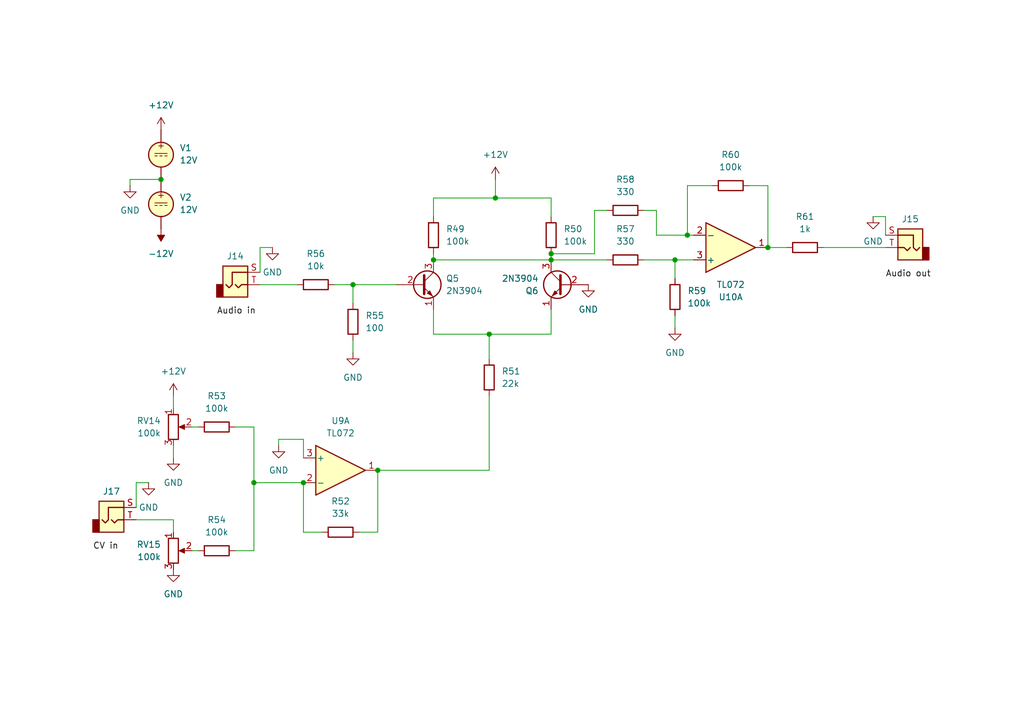
<source format=kicad_sch>
(kicad_sch
	(version 20231120)
	(generator "eeschema")
	(generator_version "8.0")
	(uuid "86745bd1-6542-4e36-9006-373a74f5bd4f")
	(paper "A5")
	(title_block
		(title "Sillysizer VCA")
		(date "2024-10-27")
		(rev "2")
		(company "TEJ4M Ltd.")
	)
	(lib_symbols
		(symbol "Amplifier_Operational:TL072"
			(pin_names
				(offset 0.127)
			)
			(exclude_from_sim no)
			(in_bom yes)
			(on_board yes)
			(property "Reference" "U"
				(at 0 5.08 0)
				(effects
					(font
						(size 1.27 1.27)
					)
					(justify left)
				)
			)
			(property "Value" "TL072"
				(at 0 -5.08 0)
				(effects
					(font
						(size 1.27 1.27)
					)
					(justify left)
				)
			)
			(property "Footprint" ""
				(at 0 0 0)
				(effects
					(font
						(size 1.27 1.27)
					)
					(hide yes)
				)
			)
			(property "Datasheet" "http://www.ti.com/lit/ds/symlink/tl071.pdf"
				(at 0 0 0)
				(effects
					(font
						(size 1.27 1.27)
					)
					(hide yes)
				)
			)
			(property "Description" "Dual Low-Noise JFET-Input Operational Amplifiers, DIP-8/SOIC-8"
				(at 0 0 0)
				(effects
					(font
						(size 1.27 1.27)
					)
					(hide yes)
				)
			)
			(property "ki_locked" ""
				(at 0 0 0)
				(effects
					(font
						(size 1.27 1.27)
					)
				)
			)
			(property "ki_keywords" "dual opamp"
				(at 0 0 0)
				(effects
					(font
						(size 1.27 1.27)
					)
					(hide yes)
				)
			)
			(property "ki_fp_filters" "SOIC*3.9x4.9mm*P1.27mm* DIP*W7.62mm* TO*99* OnSemi*Micro8* TSSOP*3x3mm*P0.65mm* TSSOP*4.4x3mm*P0.65mm* MSOP*3x3mm*P0.65mm* SSOP*3.9x4.9mm*P0.635mm* LFCSP*2x2mm*P0.5mm* *SIP* SOIC*5.3x6.2mm*P1.27mm*"
				(at 0 0 0)
				(effects
					(font
						(size 1.27 1.27)
					)
					(hide yes)
				)
			)
			(symbol "TL072_1_1"
				(polyline
					(pts
						(xy -5.08 5.08) (xy 5.08 0) (xy -5.08 -5.08) (xy -5.08 5.08)
					)
					(stroke
						(width 0.254)
						(type default)
					)
					(fill
						(type background)
					)
				)
				(pin output line
					(at 7.62 0 180)
					(length 2.54)
					(name "~"
						(effects
							(font
								(size 1.27 1.27)
							)
						)
					)
					(number "1"
						(effects
							(font
								(size 1.27 1.27)
							)
						)
					)
				)
				(pin input line
					(at -7.62 -2.54 0)
					(length 2.54)
					(name "-"
						(effects
							(font
								(size 1.27 1.27)
							)
						)
					)
					(number "2"
						(effects
							(font
								(size 1.27 1.27)
							)
						)
					)
				)
				(pin input line
					(at -7.62 2.54 0)
					(length 2.54)
					(name "+"
						(effects
							(font
								(size 1.27 1.27)
							)
						)
					)
					(number "3"
						(effects
							(font
								(size 1.27 1.27)
							)
						)
					)
				)
			)
			(symbol "TL072_2_1"
				(polyline
					(pts
						(xy -5.08 5.08) (xy 5.08 0) (xy -5.08 -5.08) (xy -5.08 5.08)
					)
					(stroke
						(width 0.254)
						(type default)
					)
					(fill
						(type background)
					)
				)
				(pin input line
					(at -7.62 2.54 0)
					(length 2.54)
					(name "+"
						(effects
							(font
								(size 1.27 1.27)
							)
						)
					)
					(number "5"
						(effects
							(font
								(size 1.27 1.27)
							)
						)
					)
				)
				(pin input line
					(at -7.62 -2.54 0)
					(length 2.54)
					(name "-"
						(effects
							(font
								(size 1.27 1.27)
							)
						)
					)
					(number "6"
						(effects
							(font
								(size 1.27 1.27)
							)
						)
					)
				)
				(pin output line
					(at 7.62 0 180)
					(length 2.54)
					(name "~"
						(effects
							(font
								(size 1.27 1.27)
							)
						)
					)
					(number "7"
						(effects
							(font
								(size 1.27 1.27)
							)
						)
					)
				)
			)
			(symbol "TL072_3_1"
				(pin power_in line
					(at -2.54 -7.62 90)
					(length 3.81)
					(name "V-"
						(effects
							(font
								(size 1.27 1.27)
							)
						)
					)
					(number "4"
						(effects
							(font
								(size 1.27 1.27)
							)
						)
					)
				)
				(pin power_in line
					(at -2.54 7.62 270)
					(length 3.81)
					(name "V+"
						(effects
							(font
								(size 1.27 1.27)
							)
						)
					)
					(number "8"
						(effects
							(font
								(size 1.27 1.27)
							)
						)
					)
				)
			)
		)
		(symbol "Connector_Audio:AudioJack2"
			(exclude_from_sim no)
			(in_bom yes)
			(on_board yes)
			(property "Reference" "J"
				(at 0 8.89 0)
				(effects
					(font
						(size 1.27 1.27)
					)
				)
			)
			(property "Value" "AudioJack2"
				(at 0 6.35 0)
				(effects
					(font
						(size 1.27 1.27)
					)
				)
			)
			(property "Footprint" ""
				(at 0 0 0)
				(effects
					(font
						(size 1.27 1.27)
					)
					(hide yes)
				)
			)
			(property "Datasheet" "~"
				(at 0 0 0)
				(effects
					(font
						(size 1.27 1.27)
					)
					(hide yes)
				)
			)
			(property "Description" "Audio Jack, 2 Poles (Mono / TS)"
				(at 0 0 0)
				(effects
					(font
						(size 1.27 1.27)
					)
					(hide yes)
				)
			)
			(property "ki_keywords" "audio jack receptacle mono phone headphone TS connector"
				(at 0 0 0)
				(effects
					(font
						(size 1.27 1.27)
					)
					(hide yes)
				)
			)
			(property "ki_fp_filters" "Jack*"
				(at 0 0 0)
				(effects
					(font
						(size 1.27 1.27)
					)
					(hide yes)
				)
			)
			(symbol "AudioJack2_0_1"
				(rectangle
					(start -3.81 0)
					(end -2.54 -2.54)
					(stroke
						(width 0.254)
						(type default)
					)
					(fill
						(type outline)
					)
				)
				(rectangle
					(start -2.54 3.81)
					(end 2.54 -2.54)
					(stroke
						(width 0.254)
						(type default)
					)
					(fill
						(type background)
					)
				)
				(polyline
					(pts
						(xy 0 0) (xy 0.635 -0.635) (xy 1.27 0) (xy 2.54 0)
					)
					(stroke
						(width 0.254)
						(type default)
					)
					(fill
						(type none)
					)
				)
				(polyline
					(pts
						(xy 2.54 2.54) (xy -0.635 2.54) (xy -0.635 0) (xy -1.27 -0.635) (xy -1.905 0)
					)
					(stroke
						(width 0.254)
						(type default)
					)
					(fill
						(type none)
					)
				)
			)
			(symbol "AudioJack2_1_1"
				(pin passive line
					(at 5.08 2.54 180)
					(length 2.54)
					(name "~"
						(effects
							(font
								(size 1.27 1.27)
							)
						)
					)
					(number "S"
						(effects
							(font
								(size 1.27 1.27)
							)
						)
					)
				)
				(pin passive line
					(at 5.08 0 180)
					(length 2.54)
					(name "~"
						(effects
							(font
								(size 1.27 1.27)
							)
						)
					)
					(number "T"
						(effects
							(font
								(size 1.27 1.27)
							)
						)
					)
				)
			)
		)
		(symbol "Device:R"
			(pin_numbers hide)
			(pin_names
				(offset 0)
			)
			(exclude_from_sim no)
			(in_bom yes)
			(on_board yes)
			(property "Reference" "R"
				(at 2.032 0 90)
				(effects
					(font
						(size 1.27 1.27)
					)
				)
			)
			(property "Value" "R"
				(at 0 0 90)
				(effects
					(font
						(size 1.27 1.27)
					)
				)
			)
			(property "Footprint" ""
				(at -1.778 0 90)
				(effects
					(font
						(size 1.27 1.27)
					)
					(hide yes)
				)
			)
			(property "Datasheet" "~"
				(at 0 0 0)
				(effects
					(font
						(size 1.27 1.27)
					)
					(hide yes)
				)
			)
			(property "Description" "Resistor"
				(at 0 0 0)
				(effects
					(font
						(size 1.27 1.27)
					)
					(hide yes)
				)
			)
			(property "ki_keywords" "R res resistor"
				(at 0 0 0)
				(effects
					(font
						(size 1.27 1.27)
					)
					(hide yes)
				)
			)
			(property "ki_fp_filters" "R_*"
				(at 0 0 0)
				(effects
					(font
						(size 1.27 1.27)
					)
					(hide yes)
				)
			)
			(symbol "R_0_1"
				(rectangle
					(start -1.016 -2.54)
					(end 1.016 2.54)
					(stroke
						(width 0.254)
						(type default)
					)
					(fill
						(type none)
					)
				)
			)
			(symbol "R_1_1"
				(pin passive line
					(at 0 3.81 270)
					(length 1.27)
					(name "~"
						(effects
							(font
								(size 1.27 1.27)
							)
						)
					)
					(number "1"
						(effects
							(font
								(size 1.27 1.27)
							)
						)
					)
				)
				(pin passive line
					(at 0 -3.81 90)
					(length 1.27)
					(name "~"
						(effects
							(font
								(size 1.27 1.27)
							)
						)
					)
					(number "2"
						(effects
							(font
								(size 1.27 1.27)
							)
						)
					)
				)
			)
		)
		(symbol "Device:R_Potentiometer"
			(pin_names
				(offset 1.016) hide)
			(exclude_from_sim no)
			(in_bom yes)
			(on_board yes)
			(property "Reference" "RV"
				(at -4.445 0 90)
				(effects
					(font
						(size 1.27 1.27)
					)
				)
			)
			(property "Value" "R_Potentiometer"
				(at -2.54 0 90)
				(effects
					(font
						(size 1.27 1.27)
					)
				)
			)
			(property "Footprint" ""
				(at 0 0 0)
				(effects
					(font
						(size 1.27 1.27)
					)
					(hide yes)
				)
			)
			(property "Datasheet" "~"
				(at 0 0 0)
				(effects
					(font
						(size 1.27 1.27)
					)
					(hide yes)
				)
			)
			(property "Description" "Potentiometer"
				(at 0 0 0)
				(effects
					(font
						(size 1.27 1.27)
					)
					(hide yes)
				)
			)
			(property "ki_keywords" "resistor variable"
				(at 0 0 0)
				(effects
					(font
						(size 1.27 1.27)
					)
					(hide yes)
				)
			)
			(property "ki_fp_filters" "Potentiometer*"
				(at 0 0 0)
				(effects
					(font
						(size 1.27 1.27)
					)
					(hide yes)
				)
			)
			(symbol "R_Potentiometer_0_1"
				(polyline
					(pts
						(xy 2.54 0) (xy 1.524 0)
					)
					(stroke
						(width 0)
						(type default)
					)
					(fill
						(type none)
					)
				)
				(polyline
					(pts
						(xy 1.143 0) (xy 2.286 0.508) (xy 2.286 -0.508) (xy 1.143 0)
					)
					(stroke
						(width 0)
						(type default)
					)
					(fill
						(type outline)
					)
				)
				(rectangle
					(start 1.016 2.54)
					(end -1.016 -2.54)
					(stroke
						(width 0.254)
						(type default)
					)
					(fill
						(type none)
					)
				)
			)
			(symbol "R_Potentiometer_1_1"
				(pin passive line
					(at 0 3.81 270)
					(length 1.27)
					(name "1"
						(effects
							(font
								(size 1.27 1.27)
							)
						)
					)
					(number "1"
						(effects
							(font
								(size 1.27 1.27)
							)
						)
					)
				)
				(pin passive line
					(at 3.81 0 180)
					(length 1.27)
					(name "2"
						(effects
							(font
								(size 1.27 1.27)
							)
						)
					)
					(number "2"
						(effects
							(font
								(size 1.27 1.27)
							)
						)
					)
				)
				(pin passive line
					(at 0 -3.81 90)
					(length 1.27)
					(name "3"
						(effects
							(font
								(size 1.27 1.27)
							)
						)
					)
					(number "3"
						(effects
							(font
								(size 1.27 1.27)
							)
						)
					)
				)
			)
		)
		(symbol "Simulation_SPICE:VDC"
			(pin_numbers hide)
			(pin_names
				(offset 0.0254)
			)
			(exclude_from_sim no)
			(in_bom yes)
			(on_board yes)
			(property "Reference" "V"
				(at 2.54 2.54 0)
				(effects
					(font
						(size 1.27 1.27)
					)
					(justify left)
				)
			)
			(property "Value" "1"
				(at 2.54 0 0)
				(effects
					(font
						(size 1.27 1.27)
					)
					(justify left)
				)
			)
			(property "Footprint" ""
				(at 0 0 0)
				(effects
					(font
						(size 1.27 1.27)
					)
					(hide yes)
				)
			)
			(property "Datasheet" "https://ngspice.sourceforge.io/docs/ngspice-html-manual/manual.xhtml#sec_Independent_Sources_for"
				(at 0 0 0)
				(effects
					(font
						(size 1.27 1.27)
					)
					(hide yes)
				)
			)
			(property "Description" "Voltage source, DC"
				(at 0 0 0)
				(effects
					(font
						(size 1.27 1.27)
					)
					(hide yes)
				)
			)
			(property "Sim.Pins" "1=+ 2=-"
				(at 0 0 0)
				(effects
					(font
						(size 1.27 1.27)
					)
					(hide yes)
				)
			)
			(property "Sim.Type" "DC"
				(at 0 0 0)
				(effects
					(font
						(size 1.27 1.27)
					)
					(hide yes)
				)
			)
			(property "Sim.Device" "V"
				(at 0 0 0)
				(effects
					(font
						(size 1.27 1.27)
					)
					(justify left)
					(hide yes)
				)
			)
			(property "ki_keywords" "simulation"
				(at 0 0 0)
				(effects
					(font
						(size 1.27 1.27)
					)
					(hide yes)
				)
			)
			(symbol "VDC_0_0"
				(polyline
					(pts
						(xy -1.27 0.254) (xy 1.27 0.254)
					)
					(stroke
						(width 0)
						(type default)
					)
					(fill
						(type none)
					)
				)
				(polyline
					(pts
						(xy -0.762 -0.254) (xy -1.27 -0.254)
					)
					(stroke
						(width 0)
						(type default)
					)
					(fill
						(type none)
					)
				)
				(polyline
					(pts
						(xy 0.254 -0.254) (xy -0.254 -0.254)
					)
					(stroke
						(width 0)
						(type default)
					)
					(fill
						(type none)
					)
				)
				(polyline
					(pts
						(xy 1.27 -0.254) (xy 0.762 -0.254)
					)
					(stroke
						(width 0)
						(type default)
					)
					(fill
						(type none)
					)
				)
				(text "+"
					(at 0 1.905 0)
					(effects
						(font
							(size 1.27 1.27)
						)
					)
				)
			)
			(symbol "VDC_0_1"
				(circle
					(center 0 0)
					(radius 2.54)
					(stroke
						(width 0.254)
						(type default)
					)
					(fill
						(type background)
					)
				)
			)
			(symbol "VDC_1_1"
				(pin passive line
					(at 0 5.08 270)
					(length 2.54)
					(name "~"
						(effects
							(font
								(size 1.27 1.27)
							)
						)
					)
					(number "1"
						(effects
							(font
								(size 1.27 1.27)
							)
						)
					)
				)
				(pin passive line
					(at 0 -5.08 90)
					(length 2.54)
					(name "~"
						(effects
							(font
								(size 1.27 1.27)
							)
						)
					)
					(number "2"
						(effects
							(font
								(size 1.27 1.27)
							)
						)
					)
				)
			)
		)
		(symbol "Transistor_BJT:2N3904"
			(pin_names
				(offset 0) hide)
			(exclude_from_sim no)
			(in_bom yes)
			(on_board yes)
			(property "Reference" "Q"
				(at 5.08 1.905 0)
				(effects
					(font
						(size 1.27 1.27)
					)
					(justify left)
				)
			)
			(property "Value" "2N3904"
				(at 5.08 0 0)
				(effects
					(font
						(size 1.27 1.27)
					)
					(justify left)
				)
			)
			(property "Footprint" "Package_TO_SOT_THT:TO-92_Inline"
				(at 5.08 -1.905 0)
				(effects
					(font
						(size 1.27 1.27)
						(italic yes)
					)
					(justify left)
					(hide yes)
				)
			)
			(property "Datasheet" "https://www.onsemi.com/pub/Collateral/2N3903-D.PDF"
				(at 0 0 0)
				(effects
					(font
						(size 1.27 1.27)
					)
					(justify left)
					(hide yes)
				)
			)
			(property "Description" "0.2A Ic, 40V Vce, Small Signal NPN Transistor, TO-92"
				(at 0 0 0)
				(effects
					(font
						(size 1.27 1.27)
					)
					(hide yes)
				)
			)
			(property "ki_keywords" "NPN Transistor"
				(at 0 0 0)
				(effects
					(font
						(size 1.27 1.27)
					)
					(hide yes)
				)
			)
			(property "ki_fp_filters" "TO?92*"
				(at 0 0 0)
				(effects
					(font
						(size 1.27 1.27)
					)
					(hide yes)
				)
			)
			(symbol "2N3904_0_1"
				(polyline
					(pts
						(xy 0.635 0.635) (xy 2.54 2.54)
					)
					(stroke
						(width 0)
						(type default)
					)
					(fill
						(type none)
					)
				)
				(polyline
					(pts
						(xy 0.635 -0.635) (xy 2.54 -2.54) (xy 2.54 -2.54)
					)
					(stroke
						(width 0)
						(type default)
					)
					(fill
						(type none)
					)
				)
				(polyline
					(pts
						(xy 0.635 1.905) (xy 0.635 -1.905) (xy 0.635 -1.905)
					)
					(stroke
						(width 0.508)
						(type default)
					)
					(fill
						(type none)
					)
				)
				(polyline
					(pts
						(xy 1.27 -1.778) (xy 1.778 -1.27) (xy 2.286 -2.286) (xy 1.27 -1.778) (xy 1.27 -1.778)
					)
					(stroke
						(width 0)
						(type default)
					)
					(fill
						(type outline)
					)
				)
				(circle
					(center 1.27 0)
					(radius 2.8194)
					(stroke
						(width 0.254)
						(type default)
					)
					(fill
						(type none)
					)
				)
			)
			(symbol "2N3904_1_1"
				(pin passive line
					(at 2.54 -5.08 90)
					(length 2.54)
					(name "E"
						(effects
							(font
								(size 1.27 1.27)
							)
						)
					)
					(number "1"
						(effects
							(font
								(size 1.27 1.27)
							)
						)
					)
				)
				(pin passive line
					(at -5.08 0 0)
					(length 5.715)
					(name "B"
						(effects
							(font
								(size 1.27 1.27)
							)
						)
					)
					(number "2"
						(effects
							(font
								(size 1.27 1.27)
							)
						)
					)
				)
				(pin passive line
					(at 2.54 5.08 270)
					(length 2.54)
					(name "C"
						(effects
							(font
								(size 1.27 1.27)
							)
						)
					)
					(number "3"
						(effects
							(font
								(size 1.27 1.27)
							)
						)
					)
				)
			)
		)
		(symbol "power:+12V"
			(power)
			(pin_numbers hide)
			(pin_names
				(offset 0) hide)
			(exclude_from_sim no)
			(in_bom yes)
			(on_board yes)
			(property "Reference" "#PWR"
				(at 0 -3.81 0)
				(effects
					(font
						(size 1.27 1.27)
					)
					(hide yes)
				)
			)
			(property "Value" "+12V"
				(at 0 3.556 0)
				(effects
					(font
						(size 1.27 1.27)
					)
				)
			)
			(property "Footprint" ""
				(at 0 0 0)
				(effects
					(font
						(size 1.27 1.27)
					)
					(hide yes)
				)
			)
			(property "Datasheet" ""
				(at 0 0 0)
				(effects
					(font
						(size 1.27 1.27)
					)
					(hide yes)
				)
			)
			(property "Description" "Power symbol creates a global label with name \"+12V\""
				(at 0 0 0)
				(effects
					(font
						(size 1.27 1.27)
					)
					(hide yes)
				)
			)
			(property "ki_keywords" "global power"
				(at 0 0 0)
				(effects
					(font
						(size 1.27 1.27)
					)
					(hide yes)
				)
			)
			(symbol "+12V_0_1"
				(polyline
					(pts
						(xy -0.762 1.27) (xy 0 2.54)
					)
					(stroke
						(width 0)
						(type default)
					)
					(fill
						(type none)
					)
				)
				(polyline
					(pts
						(xy 0 0) (xy 0 2.54)
					)
					(stroke
						(width 0)
						(type default)
					)
					(fill
						(type none)
					)
				)
				(polyline
					(pts
						(xy 0 2.54) (xy 0.762 1.27)
					)
					(stroke
						(width 0)
						(type default)
					)
					(fill
						(type none)
					)
				)
			)
			(symbol "+12V_1_1"
				(pin power_in line
					(at 0 0 90)
					(length 0)
					(name "~"
						(effects
							(font
								(size 1.27 1.27)
							)
						)
					)
					(number "1"
						(effects
							(font
								(size 1.27 1.27)
							)
						)
					)
				)
			)
		)
		(symbol "power:-12V"
			(power)
			(pin_numbers hide)
			(pin_names
				(offset 0) hide)
			(exclude_from_sim no)
			(in_bom yes)
			(on_board yes)
			(property "Reference" "#PWR"
				(at 0 -3.81 0)
				(effects
					(font
						(size 1.27 1.27)
					)
					(hide yes)
				)
			)
			(property "Value" "-12V"
				(at 0 3.556 0)
				(effects
					(font
						(size 1.27 1.27)
					)
				)
			)
			(property "Footprint" ""
				(at 0 0 0)
				(effects
					(font
						(size 1.27 1.27)
					)
					(hide yes)
				)
			)
			(property "Datasheet" ""
				(at 0 0 0)
				(effects
					(font
						(size 1.27 1.27)
					)
					(hide yes)
				)
			)
			(property "Description" "Power symbol creates a global label with name \"-12V\""
				(at 0 0 0)
				(effects
					(font
						(size 1.27 1.27)
					)
					(hide yes)
				)
			)
			(property "ki_keywords" "global power"
				(at 0 0 0)
				(effects
					(font
						(size 1.27 1.27)
					)
					(hide yes)
				)
			)
			(symbol "-12V_0_0"
				(pin power_in line
					(at 0 0 90)
					(length 0)
					(name "~"
						(effects
							(font
								(size 1.27 1.27)
							)
						)
					)
					(number "1"
						(effects
							(font
								(size 1.27 1.27)
							)
						)
					)
				)
			)
			(symbol "-12V_0_1"
				(polyline
					(pts
						(xy 0 0) (xy 0 1.27) (xy 0.762 1.27) (xy 0 2.54) (xy -0.762 1.27) (xy 0 1.27)
					)
					(stroke
						(width 0)
						(type default)
					)
					(fill
						(type outline)
					)
				)
			)
		)
		(symbol "power:GND"
			(power)
			(pin_numbers hide)
			(pin_names
				(offset 0) hide)
			(exclude_from_sim no)
			(in_bom yes)
			(on_board yes)
			(property "Reference" "#PWR"
				(at 0 -6.35 0)
				(effects
					(font
						(size 1.27 1.27)
					)
					(hide yes)
				)
			)
			(property "Value" "GND"
				(at 0 -3.81 0)
				(effects
					(font
						(size 1.27 1.27)
					)
				)
			)
			(property "Footprint" ""
				(at 0 0 0)
				(effects
					(font
						(size 1.27 1.27)
					)
					(hide yes)
				)
			)
			(property "Datasheet" ""
				(at 0 0 0)
				(effects
					(font
						(size 1.27 1.27)
					)
					(hide yes)
				)
			)
			(property "Description" "Power symbol creates a global label with name \"GND\" , ground"
				(at 0 0 0)
				(effects
					(font
						(size 1.27 1.27)
					)
					(hide yes)
				)
			)
			(property "ki_keywords" "global power"
				(at 0 0 0)
				(effects
					(font
						(size 1.27 1.27)
					)
					(hide yes)
				)
			)
			(symbol "GND_0_1"
				(polyline
					(pts
						(xy 0 0) (xy 0 -1.27) (xy 1.27 -1.27) (xy 0 -2.54) (xy -1.27 -1.27) (xy 0 -1.27)
					)
					(stroke
						(width 0)
						(type default)
					)
					(fill
						(type none)
					)
				)
			)
			(symbol "GND_1_1"
				(pin power_in line
					(at 0 0 270)
					(length 0)
					(name "~"
						(effects
							(font
								(size 1.27 1.27)
							)
						)
					)
					(number "1"
						(effects
							(font
								(size 1.27 1.27)
							)
						)
					)
				)
			)
		)
	)
	(junction
		(at 72.39 58.42)
		(diameter 0)
		(color 0 0 0 0)
		(uuid "03b4f37f-5755-49f0-b806-7ebea26af98b")
	)
	(junction
		(at 100.33 68.58)
		(diameter 0)
		(color 0 0 0 0)
		(uuid "055d7341-9694-41ad-8cf0-2864ca9b6419")
	)
	(junction
		(at 62.23 99.06)
		(diameter 0)
		(color 0 0 0 0)
		(uuid "3629399b-297d-485a-8059-8d72509356ca")
	)
	(junction
		(at 138.43 53.34)
		(diameter 0)
		(color 0 0 0 0)
		(uuid "426858e6-b930-417b-a287-781bbbccb735")
	)
	(junction
		(at 113.03 52.07)
		(diameter 0)
		(color 0 0 0 0)
		(uuid "47eafdfe-0891-4702-9c21-0514a97f4a7d")
	)
	(junction
		(at 101.6 40.64)
		(diameter 0)
		(color 0 0 0 0)
		(uuid "608c1bba-cb8d-40ef-94cf-29f5ba00c9c1")
	)
	(junction
		(at 77.47 96.52)
		(diameter 0)
		(color 0 0 0 0)
		(uuid "6835a158-4858-4771-9cd4-7e6d17129a22")
	)
	(junction
		(at 88.9 53.34)
		(diameter 0)
		(color 0 0 0 0)
		(uuid "b0e1d683-4268-4fc2-8a08-2b3cb36a1355")
	)
	(junction
		(at 113.03 53.34)
		(diameter 0)
		(color 0 0 0 0)
		(uuid "ca3cf915-91d1-488c-99e2-299f996f3f35")
	)
	(junction
		(at 157.48 50.8)
		(diameter 0)
		(color 0 0 0 0)
		(uuid "e13bdc01-4e1e-48b7-b1ef-1baadc4df467")
	)
	(junction
		(at 52.07 99.06)
		(diameter 0)
		(color 0 0 0 0)
		(uuid "efe139e2-8699-44df-b6f9-21e59f6fcc2a")
	)
	(junction
		(at 140.97 48.26)
		(diameter 0)
		(color 0 0 0 0)
		(uuid "f28dfb84-c743-43ab-bdf9-183b6437bca2")
	)
	(junction
		(at 33.02 36.83)
		(diameter 0)
		(color 0 0 0 0)
		(uuid "fbe7cc52-fd3b-4156-a1d6-6f1c314d5a03")
	)
	(wire
		(pts
			(xy 53.34 58.42) (xy 60.96 58.42)
		)
		(stroke
			(width 0)
			(type default)
		)
		(uuid "03f17c24-23e2-4e70-b44b-0fa52f1cbf13")
	)
	(wire
		(pts
			(xy 134.62 48.26) (xy 140.97 48.26)
		)
		(stroke
			(width 0)
			(type default)
		)
		(uuid "07d07abc-6874-4fe3-b3ec-fac98f49768b")
	)
	(wire
		(pts
			(xy 157.48 38.1) (xy 157.48 50.8)
		)
		(stroke
			(width 0)
			(type default)
		)
		(uuid "09e6ab21-524f-4326-a6d4-72805f6d434e")
	)
	(wire
		(pts
			(xy 113.03 63.5) (xy 113.03 68.58)
		)
		(stroke
			(width 0)
			(type default)
		)
		(uuid "0cfdcf4b-0d95-423e-bd54-8406a0dcdb2c")
	)
	(wire
		(pts
			(xy 62.23 109.22) (xy 66.04 109.22)
		)
		(stroke
			(width 0)
			(type default)
		)
		(uuid "0fd3c7d0-2a04-4989-942c-1752c8f45a6c")
	)
	(wire
		(pts
			(xy 146.05 38.1) (xy 140.97 38.1)
		)
		(stroke
			(width 0)
			(type default)
		)
		(uuid "15f7c80c-6d37-43e1-a33b-e19eff2c536b")
	)
	(wire
		(pts
			(xy 100.33 68.58) (xy 88.9 68.58)
		)
		(stroke
			(width 0)
			(type default)
		)
		(uuid "176674c4-b2de-4120-8adf-ce0039a44510")
	)
	(wire
		(pts
			(xy 100.33 81.28) (xy 100.33 96.52)
		)
		(stroke
			(width 0)
			(type default)
		)
		(uuid "207c9cb8-31af-45c9-969f-c6b51910a05e")
	)
	(wire
		(pts
			(xy 72.39 58.42) (xy 81.28 58.42)
		)
		(stroke
			(width 0)
			(type default)
		)
		(uuid "252b3545-c4d2-48fa-838d-63787fa9eccc")
	)
	(wire
		(pts
			(xy 57.15 91.44) (xy 57.15 90.17)
		)
		(stroke
			(width 0)
			(type default)
		)
		(uuid "2925aab7-ae89-4ef1-958c-7108968496cd")
	)
	(wire
		(pts
			(xy 40.64 113.03) (xy 39.37 113.03)
		)
		(stroke
			(width 0)
			(type default)
		)
		(uuid "2ac5519b-0781-4e81-a66c-f306e8d8b7cd")
	)
	(wire
		(pts
			(xy 88.9 40.64) (xy 88.9 44.45)
		)
		(stroke
			(width 0)
			(type default)
		)
		(uuid "2ee607ab-5567-488b-975c-eeb73f939712")
	)
	(wire
		(pts
			(xy 88.9 52.07) (xy 88.9 53.34)
		)
		(stroke
			(width 0)
			(type default)
		)
		(uuid "2fd02417-bbc0-4ccf-8c67-dd3767d8a51c")
	)
	(wire
		(pts
			(xy 77.47 96.52) (xy 77.47 109.22)
		)
		(stroke
			(width 0)
			(type default)
		)
		(uuid "362f3c9b-7f42-4cdd-85f5-1e20d8652c0b")
	)
	(wire
		(pts
			(xy 35.56 93.98) (xy 35.56 91.44)
		)
		(stroke
			(width 0)
			(type default)
		)
		(uuid "382100e7-338f-4cf4-8844-619d0d4db872")
	)
	(wire
		(pts
			(xy 113.03 68.58) (xy 100.33 68.58)
		)
		(stroke
			(width 0)
			(type default)
		)
		(uuid "3eb4d738-ffba-46ba-bdf9-b6fd7b11904f")
	)
	(wire
		(pts
			(xy 35.56 109.22) (xy 35.56 106.68)
		)
		(stroke
			(width 0)
			(type default)
		)
		(uuid "3eddd480-aa92-45c2-8143-4450be516480")
	)
	(wire
		(pts
			(xy 113.03 52.07) (xy 121.92 52.07)
		)
		(stroke
			(width 0)
			(type default)
		)
		(uuid "4ae36e79-0152-4f29-af22-0de60450c5ba")
	)
	(wire
		(pts
			(xy 113.03 53.34) (xy 124.46 53.34)
		)
		(stroke
			(width 0)
			(type default)
		)
		(uuid "4ccd1390-ea26-488f-aab9-634d9699e4eb")
	)
	(wire
		(pts
			(xy 77.47 109.22) (xy 73.66 109.22)
		)
		(stroke
			(width 0)
			(type default)
		)
		(uuid "539faf55-5e73-4c0d-99f7-a93866049d42")
	)
	(wire
		(pts
			(xy 53.34 50.8) (xy 55.88 50.8)
		)
		(stroke
			(width 0)
			(type default)
		)
		(uuid "592780e3-0ef1-473c-82c3-9e64cd014741")
	)
	(wire
		(pts
			(xy 52.07 99.06) (xy 62.23 99.06)
		)
		(stroke
			(width 0)
			(type default)
		)
		(uuid "5e2503f9-9055-43a3-8883-e76312d926e3")
	)
	(wire
		(pts
			(xy 101.6 40.64) (xy 113.03 40.64)
		)
		(stroke
			(width 0)
			(type default)
		)
		(uuid "5f291936-d2d0-4e4d-bda3-88a25cfe8007")
	)
	(wire
		(pts
			(xy 161.29 50.8) (xy 157.48 50.8)
		)
		(stroke
			(width 0)
			(type default)
		)
		(uuid "6222d4e0-c75e-4664-931a-bf826ec5c7a7")
	)
	(wire
		(pts
			(xy 181.61 44.45) (xy 179.07 44.45)
		)
		(stroke
			(width 0)
			(type default)
		)
		(uuid "63cf6517-91a0-4db1-a6cb-b47785d44ef4")
	)
	(wire
		(pts
			(xy 140.97 48.26) (xy 142.24 48.26)
		)
		(stroke
			(width 0)
			(type default)
		)
		(uuid "65cdfbfe-cb24-4226-a030-dbb08495014c")
	)
	(wire
		(pts
			(xy 113.03 40.64) (xy 113.03 44.45)
		)
		(stroke
			(width 0)
			(type default)
		)
		(uuid "6c0172fb-bd1c-4c59-8db6-d0d1f21cc7d0")
	)
	(wire
		(pts
			(xy 40.64 87.63) (xy 39.37 87.63)
		)
		(stroke
			(width 0)
			(type default)
		)
		(uuid "6e4973d5-0e21-4c93-abb5-e5b7d96c6299")
	)
	(wire
		(pts
			(xy 140.97 38.1) (xy 140.97 48.26)
		)
		(stroke
			(width 0)
			(type default)
		)
		(uuid "78e5a41f-ce8f-4b20-a7b8-a66f8e842f58")
	)
	(wire
		(pts
			(xy 138.43 67.31) (xy 138.43 64.77)
		)
		(stroke
			(width 0)
			(type default)
		)
		(uuid "8986af5b-f53d-4d77-a29e-004515c488cb")
	)
	(wire
		(pts
			(xy 72.39 72.39) (xy 72.39 69.85)
		)
		(stroke
			(width 0)
			(type default)
		)
		(uuid "8aeab162-4372-4c64-a123-d94066f18e9f")
	)
	(wire
		(pts
			(xy 88.9 53.34) (xy 113.03 53.34)
		)
		(stroke
			(width 0)
			(type default)
		)
		(uuid "8b286995-e6c9-4d07-8a5d-1df58aa2cd8d")
	)
	(wire
		(pts
			(xy 27.94 99.06) (xy 30.48 99.06)
		)
		(stroke
			(width 0)
			(type default)
		)
		(uuid "8bb61112-15e3-4a1c-a5e4-8188d04cb973")
	)
	(wire
		(pts
			(xy 138.43 53.34) (xy 142.24 53.34)
		)
		(stroke
			(width 0)
			(type default)
		)
		(uuid "93c8f348-b18c-4f86-9041-442ea61c56d1")
	)
	(wire
		(pts
			(xy 26.67 36.83) (xy 26.67 38.1)
		)
		(stroke
			(width 0)
			(type default)
		)
		(uuid "95582847-c5ba-43b0-abb2-9cdfaeea04af")
	)
	(wire
		(pts
			(xy 132.08 53.34) (xy 138.43 53.34)
		)
		(stroke
			(width 0)
			(type default)
		)
		(uuid "96b55096-310e-4c8a-b629-0fd4e6d5df9d")
	)
	(wire
		(pts
			(xy 72.39 58.42) (xy 72.39 62.23)
		)
		(stroke
			(width 0)
			(type default)
		)
		(uuid "98334353-98b3-49c7-ae62-d71a77422edc")
	)
	(wire
		(pts
			(xy 121.92 43.18) (xy 124.46 43.18)
		)
		(stroke
			(width 0)
			(type default)
		)
		(uuid "9d420cce-98a7-47c3-aadf-0eaadf0c5168")
	)
	(wire
		(pts
			(xy 168.91 50.8) (xy 181.61 50.8)
		)
		(stroke
			(width 0)
			(type default)
		)
		(uuid "9fbe0919-7879-4858-a79a-5155147be890")
	)
	(wire
		(pts
			(xy 100.33 73.66) (xy 100.33 68.58)
		)
		(stroke
			(width 0)
			(type default)
		)
		(uuid "aaddec6a-e6a8-402d-b093-c5354e88136e")
	)
	(wire
		(pts
			(xy 53.34 55.88) (xy 53.34 50.8)
		)
		(stroke
			(width 0)
			(type default)
		)
		(uuid "add7c38c-ac19-4220-838e-305a03349fd1")
	)
	(wire
		(pts
			(xy 132.08 43.18) (xy 134.62 43.18)
		)
		(stroke
			(width 0)
			(type default)
		)
		(uuid "ae88f726-a627-463f-9da0-e05fb628d1a5")
	)
	(wire
		(pts
			(xy 153.67 38.1) (xy 157.48 38.1)
		)
		(stroke
			(width 0)
			(type default)
		)
		(uuid "b455e58e-9139-43ac-bf26-62d3f0da137f")
	)
	(wire
		(pts
			(xy 100.33 96.52) (xy 77.47 96.52)
		)
		(stroke
			(width 0)
			(type default)
		)
		(uuid "b5f9dc62-935f-4dbc-9a17-d4ce1ac2333f")
	)
	(wire
		(pts
			(xy 26.67 36.83) (xy 33.02 36.83)
		)
		(stroke
			(width 0)
			(type default)
		)
		(uuid "be1dcf58-5027-40f0-b1b7-a216cee473c5")
	)
	(wire
		(pts
			(xy 48.26 87.63) (xy 52.07 87.63)
		)
		(stroke
			(width 0)
			(type default)
		)
		(uuid "c3353a18-0c4d-4f50-987f-fd0c8a5a6d94")
	)
	(wire
		(pts
			(xy 35.56 81.28) (xy 35.56 83.82)
		)
		(stroke
			(width 0)
			(type default)
		)
		(uuid "c5ed7aee-8636-4ac0-942c-3dab857418a5")
	)
	(wire
		(pts
			(xy 62.23 90.17) (xy 62.23 93.98)
		)
		(stroke
			(width 0)
			(type default)
		)
		(uuid "c8eb47e4-d593-4968-b4d0-22793e1b281a")
	)
	(wire
		(pts
			(xy 68.58 58.42) (xy 72.39 58.42)
		)
		(stroke
			(width 0)
			(type default)
		)
		(uuid "c9f425bd-5212-4d04-95c3-fedc4d8205d7")
	)
	(wire
		(pts
			(xy 27.94 104.14) (xy 27.94 99.06)
		)
		(stroke
			(width 0)
			(type default)
		)
		(uuid "cc27757b-c0bd-4744-8590-75ddaaa3bc86")
	)
	(wire
		(pts
			(xy 88.9 63.5) (xy 88.9 68.58)
		)
		(stroke
			(width 0)
			(type default)
		)
		(uuid "cc7b4781-1e44-4f83-8d66-464e9a07599c")
	)
	(wire
		(pts
			(xy 113.03 52.07) (xy 113.03 53.34)
		)
		(stroke
			(width 0)
			(type default)
		)
		(uuid "d18f624d-c775-4c95-bdc6-040ec64c6e23")
	)
	(wire
		(pts
			(xy 121.92 52.07) (xy 121.92 43.18)
		)
		(stroke
			(width 0)
			(type default)
		)
		(uuid "d58762c9-95f0-4527-a43a-04f949ed41f9")
	)
	(wire
		(pts
			(xy 181.61 48.26) (xy 181.61 44.45)
		)
		(stroke
			(width 0)
			(type default)
		)
		(uuid "d66d5ed1-b4ce-44e2-b04e-07045743a89b")
	)
	(wire
		(pts
			(xy 62.23 99.06) (xy 62.23 109.22)
		)
		(stroke
			(width 0)
			(type default)
		)
		(uuid "de4db709-cafb-4bd6-85e7-2a646519f17c")
	)
	(wire
		(pts
			(xy 88.9 40.64) (xy 101.6 40.64)
		)
		(stroke
			(width 0)
			(type default)
		)
		(uuid "e507d376-e48d-4828-af57-ad205d091fc3")
	)
	(wire
		(pts
			(xy 57.15 90.17) (xy 62.23 90.17)
		)
		(stroke
			(width 0)
			(type default)
		)
		(uuid "e65fdef7-386d-4d2c-a987-3a386da0f4b2")
	)
	(wire
		(pts
			(xy 52.07 87.63) (xy 52.07 99.06)
		)
		(stroke
			(width 0)
			(type default)
		)
		(uuid "e86fcbe5-5788-497e-9699-1a6b3fd0414f")
	)
	(wire
		(pts
			(xy 101.6 36.83) (xy 101.6 40.64)
		)
		(stroke
			(width 0)
			(type default)
		)
		(uuid "e9392d37-403b-4f33-bfa6-33e5bca009fc")
	)
	(wire
		(pts
			(xy 52.07 99.06) (xy 52.07 113.03)
		)
		(stroke
			(width 0)
			(type default)
		)
		(uuid "eeba7312-66e9-47e4-b8b4-36d0a106e6a3")
	)
	(wire
		(pts
			(xy 134.62 43.18) (xy 134.62 48.26)
		)
		(stroke
			(width 0)
			(type default)
		)
		(uuid "ef5e5ab3-7e7a-4150-aaab-4ffdf83c31ce")
	)
	(wire
		(pts
			(xy 48.26 113.03) (xy 52.07 113.03)
		)
		(stroke
			(width 0)
			(type default)
		)
		(uuid "f859557e-46b0-425c-8e23-cddd9bd22d7e")
	)
	(wire
		(pts
			(xy 138.43 57.15) (xy 138.43 53.34)
		)
		(stroke
			(width 0)
			(type default)
		)
		(uuid "f94c5a64-24a5-4700-aedc-cf9331164518")
	)
	(wire
		(pts
			(xy 27.94 106.68) (xy 35.56 106.68)
		)
		(stroke
			(width 0)
			(type default)
		)
		(uuid "fcca8760-d8b5-4eef-8001-516800cf3efb")
	)
	(label "Audio out"
		(at 181.61 57.15 0)
		(fields_autoplaced yes)
		(effects
			(font
				(size 1.27 1.27)
			)
			(justify left bottom)
		)
		(uuid "015488a8-d35b-4fd9-a647-7c09c2f96f81")
	)
	(label "CV in"
		(at 19.05 113.03 0)
		(fields_autoplaced yes)
		(effects
			(font
				(size 1.27 1.27)
			)
			(justify left bottom)
		)
		(uuid "30e9e9b1-0da9-4f62-bf2f-4e149494987f")
	)
	(label "Audio in"
		(at 44.45 64.77 0)
		(fields_autoplaced yes)
		(effects
			(font
				(size 1.27 1.27)
			)
			(justify left bottom)
		)
		(uuid "b038e41e-81b3-4990-a7b0-b354fbf83f86")
	)
	(symbol
		(lib_id "Device:R")
		(at 44.45 113.03 90)
		(unit 1)
		(exclude_from_sim no)
		(in_bom yes)
		(on_board yes)
		(dnp no)
		(fields_autoplaced yes)
		(uuid "02ef981e-ced6-4eb8-83ae-aa54e0b51813")
		(property "Reference" "R54"
			(at 44.45 106.68 90)
			(effects
				(font
					(size 1.27 1.27)
				)
			)
		)
		(property "Value" "100k"
			(at 44.45 109.22 90)
			(effects
				(font
					(size 1.27 1.27)
				)
			)
		)
		(property "Footprint" ""
			(at 44.45 114.808 90)
			(effects
				(font
					(size 1.27 1.27)
				)
				(hide yes)
			)
		)
		(property "Datasheet" "~"
			(at 44.45 113.03 0)
			(effects
				(font
					(size 1.27 1.27)
				)
				(hide yes)
			)
		)
		(property "Description" "Resistor"
			(at 44.45 113.03 0)
			(effects
				(font
					(size 1.27 1.27)
				)
				(hide yes)
			)
		)
		(pin "1"
			(uuid "5efbf71c-0500-4cbc-908c-57deb80e4805")
		)
		(pin "2"
			(uuid "15a3c6b8-a492-4fea-9da5-83c929b8db88")
		)
		(instances
			(project "sillysizer"
				(path "/bb092b85-e722-4e86-afc9-edfd62c321d0/9aef0a52-d4e0-4a06-ade6-11e4070ce414"
					(reference "R54")
					(unit 1)
				)
			)
		)
	)
	(symbol
		(lib_id "Device:R")
		(at 128.27 53.34 90)
		(unit 1)
		(exclude_from_sim no)
		(in_bom yes)
		(on_board yes)
		(dnp no)
		(fields_autoplaced yes)
		(uuid "0f21e519-4682-4226-928d-2d6e974cfd08")
		(property "Reference" "R57"
			(at 128.27 46.99 90)
			(effects
				(font
					(size 1.27 1.27)
				)
			)
		)
		(property "Value" "330"
			(at 128.27 49.53 90)
			(effects
				(font
					(size 1.27 1.27)
				)
			)
		)
		(property "Footprint" ""
			(at 128.27 55.118 90)
			(effects
				(font
					(size 1.27 1.27)
				)
				(hide yes)
			)
		)
		(property "Datasheet" "~"
			(at 128.27 53.34 0)
			(effects
				(font
					(size 1.27 1.27)
				)
				(hide yes)
			)
		)
		(property "Description" "Resistor"
			(at 128.27 53.34 0)
			(effects
				(font
					(size 1.27 1.27)
				)
				(hide yes)
			)
		)
		(pin "1"
			(uuid "0b48459b-3346-436f-b79a-47441cfbfb55")
		)
		(pin "2"
			(uuid "2c16b6bb-d8d6-46a1-896d-c5fb08db8048")
		)
		(instances
			(project "sillysizer"
				(path "/bb092b85-e722-4e86-afc9-edfd62c321d0/9aef0a52-d4e0-4a06-ade6-11e4070ce414"
					(reference "R57")
					(unit 1)
				)
			)
		)
	)
	(symbol
		(lib_id "Device:R")
		(at 138.43 60.96 180)
		(unit 1)
		(exclude_from_sim no)
		(in_bom yes)
		(on_board yes)
		(dnp no)
		(uuid "15915de1-640d-4a16-96bd-d85dd4b7a0c6")
		(property "Reference" "R59"
			(at 140.97 59.6899 0)
			(effects
				(font
					(size 1.27 1.27)
				)
				(justify right)
			)
		)
		(property "Value" "100k"
			(at 140.97 62.2299 0)
			(effects
				(font
					(size 1.27 1.27)
				)
				(justify right)
			)
		)
		(property "Footprint" ""
			(at 140.208 60.96 90)
			(effects
				(font
					(size 1.27 1.27)
				)
				(hide yes)
			)
		)
		(property "Datasheet" "~"
			(at 138.43 60.96 0)
			(effects
				(font
					(size 1.27 1.27)
				)
				(hide yes)
			)
		)
		(property "Description" "Resistor"
			(at 138.43 60.96 0)
			(effects
				(font
					(size 1.27 1.27)
				)
				(hide yes)
			)
		)
		(pin "1"
			(uuid "09f94e91-f91a-440e-afbe-1ae836143636")
		)
		(pin "2"
			(uuid "41d81df9-73db-4fcc-8a01-8e60d4758823")
		)
		(instances
			(project "sillysizer"
				(path "/bb092b85-e722-4e86-afc9-edfd62c321d0/9aef0a52-d4e0-4a06-ade6-11e4070ce414"
					(reference "R59")
					(unit 1)
				)
			)
		)
	)
	(symbol
		(lib_id "Device:R")
		(at 88.9 48.26 0)
		(unit 1)
		(exclude_from_sim no)
		(in_bom yes)
		(on_board yes)
		(dnp no)
		(fields_autoplaced yes)
		(uuid "16169932-7339-43b6-8b9e-cb5e6b03d659")
		(property "Reference" "R49"
			(at 91.44 46.9899 0)
			(effects
				(font
					(size 1.27 1.27)
				)
				(justify left)
			)
		)
		(property "Value" "100k"
			(at 91.44 49.5299 0)
			(effects
				(font
					(size 1.27 1.27)
				)
				(justify left)
			)
		)
		(property "Footprint" ""
			(at 87.122 48.26 90)
			(effects
				(font
					(size 1.27 1.27)
				)
				(hide yes)
			)
		)
		(property "Datasheet" "~"
			(at 88.9 48.26 0)
			(effects
				(font
					(size 1.27 1.27)
				)
				(hide yes)
			)
		)
		(property "Description" "Resistor"
			(at 88.9 48.26 0)
			(effects
				(font
					(size 1.27 1.27)
				)
				(hide yes)
			)
		)
		(pin "1"
			(uuid "80a82bce-ff36-4fed-9542-f767dd538985")
		)
		(pin "2"
			(uuid "ad99d138-8840-41ff-9916-8a19afee0843")
		)
		(instances
			(project "sillysizer"
				(path "/bb092b85-e722-4e86-afc9-edfd62c321d0/9aef0a52-d4e0-4a06-ade6-11e4070ce414"
					(reference "R49")
					(unit 1)
				)
			)
		)
	)
	(symbol
		(lib_id "Device:R")
		(at 100.33 77.47 0)
		(unit 1)
		(exclude_from_sim no)
		(in_bom yes)
		(on_board yes)
		(dnp no)
		(fields_autoplaced yes)
		(uuid "199a5f36-469b-43aa-a818-aeb9c4dbb3df")
		(property "Reference" "R51"
			(at 102.87 76.1999 0)
			(effects
				(font
					(size 1.27 1.27)
				)
				(justify left)
			)
		)
		(property "Value" "22k"
			(at 102.87 78.7399 0)
			(effects
				(font
					(size 1.27 1.27)
				)
				(justify left)
			)
		)
		(property "Footprint" ""
			(at 98.552 77.47 90)
			(effects
				(font
					(size 1.27 1.27)
				)
				(hide yes)
			)
		)
		(property "Datasheet" "~"
			(at 100.33 77.47 0)
			(effects
				(font
					(size 1.27 1.27)
				)
				(hide yes)
			)
		)
		(property "Description" "Resistor"
			(at 100.33 77.47 0)
			(effects
				(font
					(size 1.27 1.27)
				)
				(hide yes)
			)
		)
		(pin "1"
			(uuid "34519643-a84f-4d51-9c44-bafec28d04e2")
		)
		(pin "2"
			(uuid "c66bc61d-cd6d-4596-a85e-0e0a5e0e360e")
		)
		(instances
			(project "sillysizer"
				(path "/bb092b85-e722-4e86-afc9-edfd62c321d0/9aef0a52-d4e0-4a06-ade6-11e4070ce414"
					(reference "R51")
					(unit 1)
				)
			)
		)
	)
	(symbol
		(lib_id "Connector_Audio:AudioJack2")
		(at 186.69 50.8 0)
		(mirror y)
		(unit 1)
		(exclude_from_sim no)
		(in_bom yes)
		(on_board yes)
		(dnp no)
		(uuid "266ad8a2-89a4-4083-a653-789d3c01c89a")
		(property "Reference" "J15"
			(at 186.69 44.958 0)
			(effects
				(font
					(size 1.27 1.27)
				)
			)
		)
		(property "Value" "AudioJack2"
			(at 187.325 44.45 0)
			(effects
				(font
					(size 1.27 1.27)
				)
				(hide yes)
			)
		)
		(property "Footprint" ""
			(at 186.69 50.8 0)
			(effects
				(font
					(size 1.27 1.27)
				)
				(hide yes)
			)
		)
		(property "Datasheet" "~"
			(at 186.69 50.8 0)
			(effects
				(font
					(size 1.27 1.27)
				)
				(hide yes)
			)
		)
		(property "Description" "Audio Jack, 2 Poles (Mono / TS)"
			(at 186.69 50.8 0)
			(effects
				(font
					(size 1.27 1.27)
				)
				(hide yes)
			)
		)
		(pin "T"
			(uuid "90c208db-0a0f-4bed-b1aa-d23e05ee33ae")
		)
		(pin "S"
			(uuid "76c5edee-544c-48dd-8e4e-c2aa85455082")
		)
		(instances
			(project "sillysizer"
				(path "/bb092b85-e722-4e86-afc9-edfd62c321d0/9aef0a52-d4e0-4a06-ade6-11e4070ce414"
					(reference "J15")
					(unit 1)
				)
			)
		)
	)
	(symbol
		(lib_id "Amplifier_Operational:TL072")
		(at 149.86 50.8 0)
		(mirror x)
		(unit 1)
		(exclude_from_sim no)
		(in_bom yes)
		(on_board yes)
		(dnp no)
		(fields_autoplaced yes)
		(uuid "2a04dee4-c21c-4b0e-9e96-0597d9f9b63e")
		(property "Reference" "U10"
			(at 149.86 60.96 0)
			(effects
				(font
					(size 1.27 1.27)
				)
			)
		)
		(property "Value" "TL072"
			(at 149.86 58.42 0)
			(effects
				(font
					(size 1.27 1.27)
				)
			)
		)
		(property "Footprint" ""
			(at 149.86 50.8 0)
			(effects
				(font
					(size 1.27 1.27)
				)
				(hide yes)
			)
		)
		(property "Datasheet" "http://www.ti.com/lit/ds/symlink/tl071.pdf"
			(at 149.86 50.8 0)
			(effects
				(font
					(size 1.27 1.27)
				)
				(hide yes)
			)
		)
		(property "Description" "Dual Low-Noise JFET-Input Operational Amplifiers, DIP-8/SOIC-8"
			(at 149.86 50.8 0)
			(effects
				(font
					(size 1.27 1.27)
				)
				(hide yes)
			)
		)
		(pin "6"
			(uuid "f354329c-a0b5-4b3b-9614-37dc85264800")
		)
		(pin "8"
			(uuid "bf3286e5-2142-447e-ae37-b7f7295cdf61")
		)
		(pin "5"
			(uuid "2e230c12-2b50-41a8-9c11-2f57cb9b3c7d")
		)
		(pin "1"
			(uuid "e32dd74e-bdd0-43f0-9dc9-634e5bb83ba5")
		)
		(pin "4"
			(uuid "ed9d9c64-9cd9-431c-923a-dde4b94a0f3c")
		)
		(pin "2"
			(uuid "f42f7e28-6273-4b91-a821-e3ef62fa5d2b")
		)
		(pin "7"
			(uuid "d8b5e749-2985-4960-8bef-3cfb57a76db8")
		)
		(pin "3"
			(uuid "34b58722-2799-4d9d-a51a-67c126d28a81")
		)
		(instances
			(project "sillysizer"
				(path "/bb092b85-e722-4e86-afc9-edfd62c321d0/9aef0a52-d4e0-4a06-ade6-11e4070ce414"
					(reference "U10")
					(unit 1)
				)
			)
		)
	)
	(symbol
		(lib_id "Device:R")
		(at 64.77 58.42 90)
		(unit 1)
		(exclude_from_sim no)
		(in_bom yes)
		(on_board yes)
		(dnp no)
		(fields_autoplaced yes)
		(uuid "36139c01-2121-4fed-86b4-4b94344be981")
		(property "Reference" "R56"
			(at 64.77 52.07 90)
			(effects
				(font
					(size 1.27 1.27)
				)
			)
		)
		(property "Value" "10k"
			(at 64.77 54.61 90)
			(effects
				(font
					(size 1.27 1.27)
				)
			)
		)
		(property "Footprint" ""
			(at 64.77 60.198 90)
			(effects
				(font
					(size 1.27 1.27)
				)
				(hide yes)
			)
		)
		(property "Datasheet" "~"
			(at 64.77 58.42 0)
			(effects
				(font
					(size 1.27 1.27)
				)
				(hide yes)
			)
		)
		(property "Description" "Resistor"
			(at 64.77 58.42 0)
			(effects
				(font
					(size 1.27 1.27)
				)
				(hide yes)
			)
		)
		(pin "1"
			(uuid "ebc73636-58cf-4905-9141-fa2a4eef478e")
		)
		(pin "2"
			(uuid "22375c41-1611-4e40-a610-981eb76d9c7e")
		)
		(instances
			(project "sillysizer"
				(path "/bb092b85-e722-4e86-afc9-edfd62c321d0/9aef0a52-d4e0-4a06-ade6-11e4070ce414"
					(reference "R56")
					(unit 1)
				)
			)
		)
	)
	(symbol
		(lib_id "power:+12V")
		(at 101.6 36.83 0)
		(unit 1)
		(exclude_from_sim no)
		(in_bom yes)
		(on_board yes)
		(dnp no)
		(fields_autoplaced yes)
		(uuid "4406fc14-4504-43ca-bb63-3ee08c358a2f")
		(property "Reference" "#PWR040"
			(at 101.6 40.64 0)
			(effects
				(font
					(size 1.27 1.27)
				)
				(hide yes)
			)
		)
		(property "Value" "+12V"
			(at 101.6 31.75 0)
			(effects
				(font
					(size 1.27 1.27)
				)
			)
		)
		(property "Footprint" ""
			(at 101.6 36.83 0)
			(effects
				(font
					(size 1.27 1.27)
				)
				(hide yes)
			)
		)
		(property "Datasheet" ""
			(at 101.6 36.83 0)
			(effects
				(font
					(size 1.27 1.27)
				)
				(hide yes)
			)
		)
		(property "Description" "Power symbol creates a global label with name \"+12V\""
			(at 101.6 36.83 0)
			(effects
				(font
					(size 1.27 1.27)
				)
				(hide yes)
			)
		)
		(pin "1"
			(uuid "2905d68c-cd9e-40d6-80f8-6b79cd79da04")
		)
		(instances
			(project "sillysizer"
				(path "/bb092b85-e722-4e86-afc9-edfd62c321d0/9aef0a52-d4e0-4a06-ade6-11e4070ce414"
					(reference "#PWR040")
					(unit 1)
				)
			)
		)
	)
	(symbol
		(lib_id "power:GND")
		(at 35.56 93.98 0)
		(unit 1)
		(exclude_from_sim no)
		(in_bom yes)
		(on_board yes)
		(dnp no)
		(fields_autoplaced yes)
		(uuid "44d82ca1-763b-4bc8-997c-32cea5c02098")
		(property "Reference" "#PWR043"
			(at 35.56 100.33 0)
			(effects
				(font
					(size 1.27 1.27)
				)
				(hide yes)
			)
		)
		(property "Value" "GND"
			(at 35.56 99.06 0)
			(effects
				(font
					(size 1.27 1.27)
				)
			)
		)
		(property "Footprint" ""
			(at 35.56 93.98 0)
			(effects
				(font
					(size 1.27 1.27)
				)
				(hide yes)
			)
		)
		(property "Datasheet" ""
			(at 35.56 93.98 0)
			(effects
				(font
					(size 1.27 1.27)
				)
				(hide yes)
			)
		)
		(property "Description" "Power symbol creates a global label with name \"GND\" , ground"
			(at 35.56 93.98 0)
			(effects
				(font
					(size 1.27 1.27)
				)
				(hide yes)
			)
		)
		(pin "1"
			(uuid "287c74b4-19ed-4d96-992b-bd8e62ea54b4")
		)
		(instances
			(project "sillysizer"
				(path "/bb092b85-e722-4e86-afc9-edfd62c321d0/9aef0a52-d4e0-4a06-ade6-11e4070ce414"
					(reference "#PWR043")
					(unit 1)
				)
			)
		)
	)
	(symbol
		(lib_id "power:GND")
		(at 72.39 72.39 0)
		(unit 1)
		(exclude_from_sim no)
		(in_bom yes)
		(on_board yes)
		(dnp no)
		(fields_autoplaced yes)
		(uuid "4b40fb07-fc3f-4b06-9a77-fd54f6a8b5f7")
		(property "Reference" "#PWR041"
			(at 72.39 78.74 0)
			(effects
				(font
					(size 1.27 1.27)
				)
				(hide yes)
			)
		)
		(property "Value" "GND"
			(at 72.39 77.47 0)
			(effects
				(font
					(size 1.27 1.27)
				)
			)
		)
		(property "Footprint" ""
			(at 72.39 72.39 0)
			(effects
				(font
					(size 1.27 1.27)
				)
				(hide yes)
			)
		)
		(property "Datasheet" ""
			(at 72.39 72.39 0)
			(effects
				(font
					(size 1.27 1.27)
				)
				(hide yes)
			)
		)
		(property "Description" "Power symbol creates a global label with name \"GND\" , ground"
			(at 72.39 72.39 0)
			(effects
				(font
					(size 1.27 1.27)
				)
				(hide yes)
			)
		)
		(pin "1"
			(uuid "01daf34c-3b5b-4a13-8342-36068fd9a436")
		)
		(instances
			(project "sillysizer"
				(path "/bb092b85-e722-4e86-afc9-edfd62c321d0/9aef0a52-d4e0-4a06-ade6-11e4070ce414"
					(reference "#PWR041")
					(unit 1)
				)
			)
		)
	)
	(symbol
		(lib_id "power:+12V")
		(at 35.56 81.28 0)
		(unit 1)
		(exclude_from_sim no)
		(in_bom yes)
		(on_board yes)
		(dnp no)
		(fields_autoplaced yes)
		(uuid "5a0c32dd-30b3-4d3a-af35-f51c8632a1a1")
		(property "Reference" "#PWR042"
			(at 35.56 85.09 0)
			(effects
				(font
					(size 1.27 1.27)
				)
				(hide yes)
			)
		)
		(property "Value" "+12V"
			(at 35.56 76.2 0)
			(effects
				(font
					(size 1.27 1.27)
				)
			)
		)
		(property "Footprint" ""
			(at 35.56 81.28 0)
			(effects
				(font
					(size 1.27 1.27)
				)
				(hide yes)
			)
		)
		(property "Datasheet" ""
			(at 35.56 81.28 0)
			(effects
				(font
					(size 1.27 1.27)
				)
				(hide yes)
			)
		)
		(property "Description" "Power symbol creates a global label with name \"+12V\""
			(at 35.56 81.28 0)
			(effects
				(font
					(size 1.27 1.27)
				)
				(hide yes)
			)
		)
		(pin "1"
			(uuid "ee690ce0-cc71-4c3c-8e97-706a5b5914af")
		)
		(instances
			(project "sillysizer"
				(path "/bb092b85-e722-4e86-afc9-edfd62c321d0/9aef0a52-d4e0-4a06-ade6-11e4070ce414"
					(reference "#PWR042")
					(unit 1)
				)
			)
		)
	)
	(symbol
		(lib_id "Transistor_BJT:2N3904")
		(at 115.57 58.42 0)
		(mirror y)
		(unit 1)
		(exclude_from_sim no)
		(in_bom yes)
		(on_board yes)
		(dnp no)
		(uuid "7b75071a-e242-4b1b-8cef-56c933a75424")
		(property "Reference" "Q6"
			(at 110.49 59.6901 0)
			(effects
				(font
					(size 1.27 1.27)
				)
				(justify left)
			)
		)
		(property "Value" "2N3904"
			(at 110.49 57.1501 0)
			(effects
				(font
					(size 1.27 1.27)
				)
				(justify left)
			)
		)
		(property "Footprint" "Package_TO_SOT_THT:TO-92_Inline"
			(at 110.49 60.325 0)
			(effects
				(font
					(size 1.27 1.27)
					(italic yes)
				)
				(justify left)
				(hide yes)
			)
		)
		(property "Datasheet" "https://www.onsemi.com/pub/Collateral/2N3903-D.PDF"
			(at 115.57 58.42 0)
			(effects
				(font
					(size 1.27 1.27)
				)
				(justify left)
				(hide yes)
			)
		)
		(property "Description" "0.2A Ic, 40V Vce, Small Signal NPN Transistor, TO-92"
			(at 115.57 58.42 0)
			(effects
				(font
					(size 1.27 1.27)
				)
				(hide yes)
			)
		)
		(pin "1"
			(uuid "2f4e74ca-1ad6-427a-9da8-5236afaae81e")
		)
		(pin "2"
			(uuid "eeaf80f6-93d3-4688-974e-18e841cc51f0")
		)
		(pin "3"
			(uuid "00c5ad04-ece9-49c8-aa40-e2de98c92ee9")
		)
		(instances
			(project "sillysizer"
				(path "/bb092b85-e722-4e86-afc9-edfd62c321d0/9aef0a52-d4e0-4a06-ade6-11e4070ce414"
					(reference "Q6")
					(unit 1)
				)
			)
		)
	)
	(symbol
		(lib_id "power:GND")
		(at 120.65 58.42 0)
		(unit 1)
		(exclude_from_sim no)
		(in_bom yes)
		(on_board yes)
		(dnp no)
		(fields_autoplaced yes)
		(uuid "889bb85e-c406-4780-be95-760d7eea2a41")
		(property "Reference" "#PWR047"
			(at 120.65 64.77 0)
			(effects
				(font
					(size 1.27 1.27)
				)
				(hide yes)
			)
		)
		(property "Value" "GND"
			(at 120.65 63.5 0)
			(effects
				(font
					(size 1.27 1.27)
				)
			)
		)
		(property "Footprint" ""
			(at 120.65 58.42 0)
			(effects
				(font
					(size 1.27 1.27)
				)
				(hide yes)
			)
		)
		(property "Datasheet" ""
			(at 120.65 58.42 0)
			(effects
				(font
					(size 1.27 1.27)
				)
				(hide yes)
			)
		)
		(property "Description" "Power symbol creates a global label with name \"GND\" , ground"
			(at 120.65 58.42 0)
			(effects
				(font
					(size 1.27 1.27)
				)
				(hide yes)
			)
		)
		(pin "1"
			(uuid "bfda66ee-e14b-4c61-8cac-29f6430aef17")
		)
		(instances
			(project "sillysizer"
				(path "/bb092b85-e722-4e86-afc9-edfd62c321d0/9aef0a52-d4e0-4a06-ade6-11e4070ce414"
					(reference "#PWR047")
					(unit 1)
				)
			)
		)
	)
	(symbol
		(lib_id "power:GND")
		(at 138.43 67.31 0)
		(unit 1)
		(exclude_from_sim no)
		(in_bom yes)
		(on_board yes)
		(dnp no)
		(fields_autoplaced yes)
		(uuid "8b5a7d65-5bfe-4942-a1e2-794a2ac97a86")
		(property "Reference" "#PWR046"
			(at 138.43 73.66 0)
			(effects
				(font
					(size 1.27 1.27)
				)
				(hide yes)
			)
		)
		(property "Value" "GND"
			(at 138.43 72.39 0)
			(effects
				(font
					(size 1.27 1.27)
				)
			)
		)
		(property "Footprint" ""
			(at 138.43 67.31 0)
			(effects
				(font
					(size 1.27 1.27)
				)
				(hide yes)
			)
		)
		(property "Datasheet" ""
			(at 138.43 67.31 0)
			(effects
				(font
					(size 1.27 1.27)
				)
				(hide yes)
			)
		)
		(property "Description" "Power symbol creates a global label with name \"GND\" , ground"
			(at 138.43 67.31 0)
			(effects
				(font
					(size 1.27 1.27)
				)
				(hide yes)
			)
		)
		(pin "1"
			(uuid "f2853dfd-90a2-4b67-9a39-2f680d6c9935")
		)
		(instances
			(project "sillysizer"
				(path "/bb092b85-e722-4e86-afc9-edfd62c321d0/9aef0a52-d4e0-4a06-ade6-11e4070ce414"
					(reference "#PWR046")
					(unit 1)
				)
			)
		)
	)
	(symbol
		(lib_id "power:GND")
		(at 35.56 116.84 0)
		(unit 1)
		(exclude_from_sim no)
		(in_bom yes)
		(on_board yes)
		(dnp no)
		(fields_autoplaced yes)
		(uuid "8bd6ce72-04c3-4f3c-8e46-2bcea2e03a4c")
		(property "Reference" "#PWR044"
			(at 35.56 123.19 0)
			(effects
				(font
					(size 1.27 1.27)
				)
				(hide yes)
			)
		)
		(property "Value" "GND"
			(at 35.56 121.92 0)
			(effects
				(font
					(size 1.27 1.27)
				)
			)
		)
		(property "Footprint" ""
			(at 35.56 116.84 0)
			(effects
				(font
					(size 1.27 1.27)
				)
				(hide yes)
			)
		)
		(property "Datasheet" ""
			(at 35.56 116.84 0)
			(effects
				(font
					(size 1.27 1.27)
				)
				(hide yes)
			)
		)
		(property "Description" "Power symbol creates a global label with name \"GND\" , ground"
			(at 35.56 116.84 0)
			(effects
				(font
					(size 1.27 1.27)
				)
				(hide yes)
			)
		)
		(pin "1"
			(uuid "f5725da2-3690-4c8f-8047-55c02802a6dc")
		)
		(instances
			(project "sillysizer"
				(path "/bb092b85-e722-4e86-afc9-edfd62c321d0/9aef0a52-d4e0-4a06-ade6-11e4070ce414"
					(reference "#PWR044")
					(unit 1)
				)
			)
		)
	)
	(symbol
		(lib_id "Simulation_SPICE:VDC")
		(at 33.02 41.91 0)
		(unit 1)
		(exclude_from_sim no)
		(in_bom yes)
		(on_board yes)
		(dnp no)
		(fields_autoplaced yes)
		(uuid "91732359-92d0-4c79-99bb-536125271421")
		(property "Reference" "V2"
			(at 36.83 40.5101 0)
			(effects
				(font
					(size 1.27 1.27)
				)
				(justify left)
			)
		)
		(property "Value" "12V"
			(at 36.83 43.0501 0)
			(effects
				(font
					(size 1.27 1.27)
				)
				(justify left)
			)
		)
		(property "Footprint" ""
			(at 33.02 41.91 0)
			(effects
				(font
					(size 1.27 1.27)
				)
				(hide yes)
			)
		)
		(property "Datasheet" "https://ngspice.sourceforge.io/docs/ngspice-html-manual/manual.xhtml#sec_Independent_Sources_for"
			(at 33.02 41.91 0)
			(effects
				(font
					(size 1.27 1.27)
				)
				(hide yes)
			)
		)
		(property "Description" "Voltage source, DC"
			(at 33.02 41.91 0)
			(effects
				(font
					(size 1.27 1.27)
				)
				(hide yes)
			)
		)
		(property "Sim.Pins" "1=+ 2=-"
			(at 33.02 41.91 0)
			(effects
				(font
					(size 1.27 1.27)
				)
				(hide yes)
			)
		)
		(property "Sim.Type" "DC"
			(at 33.02 41.91 0)
			(effects
				(font
					(size 1.27 1.27)
				)
				(hide yes)
			)
		)
		(property "Sim.Device" "V"
			(at 33.02 41.91 0)
			(effects
				(font
					(size 1.27 1.27)
				)
				(justify left)
				(hide yes)
			)
		)
		(pin "1"
			(uuid "ef854f7e-b5d4-449b-9a80-2302a1828045")
		)
		(pin "2"
			(uuid "988cb862-7799-46b0-ac88-96f0d0739515")
		)
		(instances
			(project "sillysizer"
				(path "/bb092b85-e722-4e86-afc9-edfd62c321d0/9aef0a52-d4e0-4a06-ade6-11e4070ce414"
					(reference "V2")
					(unit 1)
				)
			)
		)
	)
	(symbol
		(lib_id "power:GND")
		(at 26.67 38.1 0)
		(unit 1)
		(exclude_from_sim no)
		(in_bom yes)
		(on_board yes)
		(dnp no)
		(fields_autoplaced yes)
		(uuid "a4108868-9f56-42f5-90df-88c7362b11e6")
		(property "Reference" "#PWR065"
			(at 26.67 44.45 0)
			(effects
				(font
					(size 1.27 1.27)
				)
				(hide yes)
			)
		)
		(property "Value" "GND"
			(at 26.67 43.18 0)
			(effects
				(font
					(size 1.27 1.27)
				)
			)
		)
		(property "Footprint" ""
			(at 26.67 38.1 0)
			(effects
				(font
					(size 1.27 1.27)
				)
				(hide yes)
			)
		)
		(property "Datasheet" ""
			(at 26.67 38.1 0)
			(effects
				(font
					(size 1.27 1.27)
				)
				(hide yes)
			)
		)
		(property "Description" "Power symbol creates a global label with name \"GND\" , ground"
			(at 26.67 38.1 0)
			(effects
				(font
					(size 1.27 1.27)
				)
				(hide yes)
			)
		)
		(pin "1"
			(uuid "54cc987b-905c-47f7-a23c-91f070d2fcbf")
		)
		(instances
			(project "sillysizer"
				(path "/bb092b85-e722-4e86-afc9-edfd62c321d0/9aef0a52-d4e0-4a06-ade6-11e4070ce414"
					(reference "#PWR065")
					(unit 1)
				)
			)
		)
	)
	(symbol
		(lib_id "Device:R")
		(at 113.03 48.26 0)
		(unit 1)
		(exclude_from_sim no)
		(in_bom yes)
		(on_board yes)
		(dnp no)
		(fields_autoplaced yes)
		(uuid "b51afc0f-31d0-4aed-9890-fcb22edee070")
		(property "Reference" "R50"
			(at 115.57 46.9899 0)
			(effects
				(font
					(size 1.27 1.27)
				)
				(justify left)
			)
		)
		(property "Value" "100k"
			(at 115.57 49.5299 0)
			(effects
				(font
					(size 1.27 1.27)
				)
				(justify left)
			)
		)
		(property "Footprint" ""
			(at 111.252 48.26 90)
			(effects
				(font
					(size 1.27 1.27)
				)
				(hide yes)
			)
		)
		(property "Datasheet" "~"
			(at 113.03 48.26 0)
			(effects
				(font
					(size 1.27 1.27)
				)
				(hide yes)
			)
		)
		(property "Description" "Resistor"
			(at 113.03 48.26 0)
			(effects
				(font
					(size 1.27 1.27)
				)
				(hide yes)
			)
		)
		(pin "1"
			(uuid "03070398-d36a-4304-b5de-716fa3dbdc3f")
		)
		(pin "2"
			(uuid "f4a8962b-18ad-4de3-aaba-241038be5591")
		)
		(instances
			(project "sillysizer"
				(path "/bb092b85-e722-4e86-afc9-edfd62c321d0/9aef0a52-d4e0-4a06-ade6-11e4070ce414"
					(reference "R50")
					(unit 1)
				)
			)
		)
	)
	(symbol
		(lib_id "Simulation_SPICE:VDC")
		(at 33.02 31.75 0)
		(unit 1)
		(exclude_from_sim no)
		(in_bom yes)
		(on_board yes)
		(dnp no)
		(fields_autoplaced yes)
		(uuid "bcdb1151-d9ee-4219-9b97-1ec60ab8e4b6")
		(property "Reference" "V1"
			(at 36.83 30.3501 0)
			(effects
				(font
					(size 1.27 1.27)
				)
				(justify left)
			)
		)
		(property "Value" "12V"
			(at 36.83 32.8901 0)
			(effects
				(font
					(size 1.27 1.27)
				)
				(justify left)
			)
		)
		(property "Footprint" ""
			(at 33.02 31.75 0)
			(effects
				(font
					(size 1.27 1.27)
				)
				(hide yes)
			)
		)
		(property "Datasheet" "https://ngspice.sourceforge.io/docs/ngspice-html-manual/manual.xhtml#sec_Independent_Sources_for"
			(at 33.02 31.75 0)
			(effects
				(font
					(size 1.27 1.27)
				)
				(hide yes)
			)
		)
		(property "Description" "Voltage source, DC"
			(at 33.02 31.75 0)
			(effects
				(font
					(size 1.27 1.27)
				)
				(hide yes)
			)
		)
		(property "Sim.Pins" "1=+ 2=-"
			(at 33.02 31.75 0)
			(effects
				(font
					(size 1.27 1.27)
				)
				(hide yes)
			)
		)
		(property "Sim.Type" "DC"
			(at 33.02 31.75 0)
			(effects
				(font
					(size 1.27 1.27)
				)
				(hide yes)
			)
		)
		(property "Sim.Device" "V"
			(at 33.02 31.75 0)
			(effects
				(font
					(size 1.27 1.27)
				)
				(justify left)
				(hide yes)
			)
		)
		(pin "1"
			(uuid "7e5acdc6-15ca-4635-be08-e0c903b3ce55")
		)
		(pin "2"
			(uuid "ba4bf4d8-dfa0-4359-8e9b-a73f35a918ff")
		)
		(instances
			(project "sillysizer"
				(path "/bb092b85-e722-4e86-afc9-edfd62c321d0/9aef0a52-d4e0-4a06-ade6-11e4070ce414"
					(reference "V1")
					(unit 1)
				)
			)
		)
	)
	(symbol
		(lib_id "Device:R")
		(at 72.39 66.04 0)
		(unit 1)
		(exclude_from_sim no)
		(in_bom yes)
		(on_board yes)
		(dnp no)
		(fields_autoplaced yes)
		(uuid "bfa73ae6-774d-44dd-bf58-f6bc2ad5129f")
		(property "Reference" "R55"
			(at 74.93 64.7699 0)
			(effects
				(font
					(size 1.27 1.27)
				)
				(justify left)
			)
		)
		(property "Value" "100"
			(at 74.93 67.3099 0)
			(effects
				(font
					(size 1.27 1.27)
				)
				(justify left)
			)
		)
		(property "Footprint" ""
			(at 70.612 66.04 90)
			(effects
				(font
					(size 1.27 1.27)
				)
				(hide yes)
			)
		)
		(property "Datasheet" "~"
			(at 72.39 66.04 0)
			(effects
				(font
					(size 1.27 1.27)
				)
				(hide yes)
			)
		)
		(property "Description" "Resistor"
			(at 72.39 66.04 0)
			(effects
				(font
					(size 1.27 1.27)
				)
				(hide yes)
			)
		)
		(pin "1"
			(uuid "0a0c4f5b-f0ca-4cb6-8ec1-d5ed1887ff8f")
		)
		(pin "2"
			(uuid "bc81bed1-02d2-4485-bd52-2ea297bffa1c")
		)
		(instances
			(project "sillysizer"
				(path "/bb092b85-e722-4e86-afc9-edfd62c321d0/9aef0a52-d4e0-4a06-ade6-11e4070ce414"
					(reference "R55")
					(unit 1)
				)
			)
		)
	)
	(symbol
		(lib_id "Device:R")
		(at 128.27 43.18 90)
		(unit 1)
		(exclude_from_sim no)
		(in_bom yes)
		(on_board yes)
		(dnp no)
		(fields_autoplaced yes)
		(uuid "ca14ba46-faa2-4ead-888d-515b15ca8873")
		(property "Reference" "R58"
			(at 128.27 36.83 90)
			(effects
				(font
					(size 1.27 1.27)
				)
			)
		)
		(property "Value" "330"
			(at 128.27 39.37 90)
			(effects
				(font
					(size 1.27 1.27)
				)
			)
		)
		(property "Footprint" ""
			(at 128.27 44.958 90)
			(effects
				(font
					(size 1.27 1.27)
				)
				(hide yes)
			)
		)
		(property "Datasheet" "~"
			(at 128.27 43.18 0)
			(effects
				(font
					(size 1.27 1.27)
				)
				(hide yes)
			)
		)
		(property "Description" "Resistor"
			(at 128.27 43.18 0)
			(effects
				(font
					(size 1.27 1.27)
				)
				(hide yes)
			)
		)
		(pin "1"
			(uuid "c138d89a-6915-42c8-b5ac-818c705e3922")
		)
		(pin "2"
			(uuid "644d7b69-f930-4d3b-a891-f1f4499fcb6b")
		)
		(instances
			(project "sillysizer"
				(path "/bb092b85-e722-4e86-afc9-edfd62c321d0/9aef0a52-d4e0-4a06-ade6-11e4070ce414"
					(reference "R58")
					(unit 1)
				)
			)
		)
	)
	(symbol
		(lib_id "Device:R")
		(at 44.45 87.63 90)
		(unit 1)
		(exclude_from_sim no)
		(in_bom yes)
		(on_board yes)
		(dnp no)
		(fields_autoplaced yes)
		(uuid "ca431243-317e-43f3-89b7-c005d44a9161")
		(property "Reference" "R53"
			(at 44.45 81.28 90)
			(effects
				(font
					(size 1.27 1.27)
				)
			)
		)
		(property "Value" "100k"
			(at 44.45 83.82 90)
			(effects
				(font
					(size 1.27 1.27)
				)
			)
		)
		(property "Footprint" ""
			(at 44.45 89.408 90)
			(effects
				(font
					(size 1.27 1.27)
				)
				(hide yes)
			)
		)
		(property "Datasheet" "~"
			(at 44.45 87.63 0)
			(effects
				(font
					(size 1.27 1.27)
				)
				(hide yes)
			)
		)
		(property "Description" "Resistor"
			(at 44.45 87.63 0)
			(effects
				(font
					(size 1.27 1.27)
				)
				(hide yes)
			)
		)
		(pin "1"
			(uuid "304b26f3-5b55-4523-a586-3f40442cb573")
		)
		(pin "2"
			(uuid "85287fe0-6a67-45b6-8bf8-54e7944005d3")
		)
		(instances
			(project "sillysizer"
				(path "/bb092b85-e722-4e86-afc9-edfd62c321d0/9aef0a52-d4e0-4a06-ade6-11e4070ce414"
					(reference "R53")
					(unit 1)
				)
			)
		)
	)
	(symbol
		(lib_id "power:+12V")
		(at 33.02 26.67 0)
		(unit 1)
		(exclude_from_sim no)
		(in_bom yes)
		(on_board yes)
		(dnp no)
		(fields_autoplaced yes)
		(uuid "ca5da039-a015-44a9-bbfb-a837aefad431")
		(property "Reference" "#PWR066"
			(at 33.02 30.48 0)
			(effects
				(font
					(size 1.27 1.27)
				)
				(hide yes)
			)
		)
		(property "Value" "+12V"
			(at 33.02 21.59 0)
			(effects
				(font
					(size 1.27 1.27)
				)
			)
		)
		(property "Footprint" ""
			(at 33.02 26.67 0)
			(effects
				(font
					(size 1.27 1.27)
				)
				(hide yes)
			)
		)
		(property "Datasheet" ""
			(at 33.02 26.67 0)
			(effects
				(font
					(size 1.27 1.27)
				)
				(hide yes)
			)
		)
		(property "Description" "Power symbol creates a global label with name \"+12V\""
			(at 33.02 26.67 0)
			(effects
				(font
					(size 1.27 1.27)
				)
				(hide yes)
			)
		)
		(pin "1"
			(uuid "a00b7944-b841-43e6-a70f-2615c0397d11")
		)
		(instances
			(project "sillysizer"
				(path "/bb092b85-e722-4e86-afc9-edfd62c321d0/9aef0a52-d4e0-4a06-ade6-11e4070ce414"
					(reference "#PWR066")
					(unit 1)
				)
			)
		)
	)
	(symbol
		(lib_id "power:GND")
		(at 57.15 91.44 0)
		(unit 1)
		(exclude_from_sim no)
		(in_bom yes)
		(on_board yes)
		(dnp no)
		(fields_autoplaced yes)
		(uuid "d1205bb0-c462-498f-886a-d78b128ebd49")
		(property "Reference" "#PWR045"
			(at 57.15 97.79 0)
			(effects
				(font
					(size 1.27 1.27)
				)
				(hide yes)
			)
		)
		(property "Value" "GND"
			(at 57.15 96.52 0)
			(effects
				(font
					(size 1.27 1.27)
				)
			)
		)
		(property "Footprint" ""
			(at 57.15 91.44 0)
			(effects
				(font
					(size 1.27 1.27)
				)
				(hide yes)
			)
		)
		(property "Datasheet" ""
			(at 57.15 91.44 0)
			(effects
				(font
					(size 1.27 1.27)
				)
				(hide yes)
			)
		)
		(property "Description" "Power symbol creates a global label with name \"GND\" , ground"
			(at 57.15 91.44 0)
			(effects
				(font
					(size 1.27 1.27)
				)
				(hide yes)
			)
		)
		(pin "1"
			(uuid "1a466e43-0d9b-46df-97b6-536fafc11151")
		)
		(instances
			(project "sillysizer"
				(path "/bb092b85-e722-4e86-afc9-edfd62c321d0/9aef0a52-d4e0-4a06-ade6-11e4070ce414"
					(reference "#PWR045")
					(unit 1)
				)
			)
		)
	)
	(symbol
		(lib_id "Connector_Audio:AudioJack2")
		(at 22.86 106.68 0)
		(unit 1)
		(exclude_from_sim no)
		(in_bom yes)
		(on_board yes)
		(dnp no)
		(uuid "d30a6fb7-43bd-47ee-80bd-33aadee1fdbb")
		(property "Reference" "J17"
			(at 22.86 100.838 0)
			(effects
				(font
					(size 1.27 1.27)
				)
			)
		)
		(property "Value" "AudioJack2"
			(at 22.225 100.33 0)
			(effects
				(font
					(size 1.27 1.27)
				)
				(hide yes)
			)
		)
		(property "Footprint" ""
			(at 22.86 106.68 0)
			(effects
				(font
					(size 1.27 1.27)
				)
				(hide yes)
			)
		)
		(property "Datasheet" "~"
			(at 22.86 106.68 0)
			(effects
				(font
					(size 1.27 1.27)
				)
				(hide yes)
			)
		)
		(property "Description" "Audio Jack, 2 Poles (Mono / TS)"
			(at 22.86 106.68 0)
			(effects
				(font
					(size 1.27 1.27)
				)
				(hide yes)
			)
		)
		(pin "T"
			(uuid "606fb79f-ee3d-4535-9948-70dd6815fc72")
		)
		(pin "S"
			(uuid "9c81b99c-efda-42ca-8620-ae20bb2b2875")
		)
		(instances
			(project "sillysizer"
				(path "/bb092b85-e722-4e86-afc9-edfd62c321d0/9aef0a52-d4e0-4a06-ade6-11e4070ce414"
					(reference "J17")
					(unit 1)
				)
			)
		)
	)
	(symbol
		(lib_id "Device:R")
		(at 149.86 38.1 90)
		(unit 1)
		(exclude_from_sim no)
		(in_bom yes)
		(on_board yes)
		(dnp no)
		(fields_autoplaced yes)
		(uuid "ded45689-819f-4ce0-896d-11db3cba2a71")
		(property "Reference" "R60"
			(at 149.86 31.75 90)
			(effects
				(font
					(size 1.27 1.27)
				)
			)
		)
		(property "Value" "100k"
			(at 149.86 34.29 90)
			(effects
				(font
					(size 1.27 1.27)
				)
			)
		)
		(property "Footprint" ""
			(at 149.86 39.878 90)
			(effects
				(font
					(size 1.27 1.27)
				)
				(hide yes)
			)
		)
		(property "Datasheet" "~"
			(at 149.86 38.1 0)
			(effects
				(font
					(size 1.27 1.27)
				)
				(hide yes)
			)
		)
		(property "Description" "Resistor"
			(at 149.86 38.1 0)
			(effects
				(font
					(size 1.27 1.27)
				)
				(hide yes)
			)
		)
		(pin "1"
			(uuid "ee0c2e14-b9eb-40c0-b0e4-b5d04e130c8e")
		)
		(pin "2"
			(uuid "ad173f27-8b79-46de-b75c-43e859acfeac")
		)
		(instances
			(project "sillysizer"
				(path "/bb092b85-e722-4e86-afc9-edfd62c321d0/9aef0a52-d4e0-4a06-ade6-11e4070ce414"
					(reference "R60")
					(unit 1)
				)
			)
		)
	)
	(symbol
		(lib_id "power:GND")
		(at 30.48 99.06 0)
		(unit 1)
		(exclude_from_sim no)
		(in_bom yes)
		(on_board yes)
		(dnp no)
		(fields_autoplaced yes)
		(uuid "e193932e-4e12-492d-9665-e3b51a76b72c")
		(property "Reference" "#PWR086"
			(at 30.48 105.41 0)
			(effects
				(font
					(size 1.27 1.27)
				)
				(hide yes)
			)
		)
		(property "Value" "GND"
			(at 30.48 104.14 0)
			(effects
				(font
					(size 1.27 1.27)
				)
			)
		)
		(property "Footprint" ""
			(at 30.48 99.06 0)
			(effects
				(font
					(size 1.27 1.27)
				)
				(hide yes)
			)
		)
		(property "Datasheet" ""
			(at 30.48 99.06 0)
			(effects
				(font
					(size 1.27 1.27)
				)
				(hide yes)
			)
		)
		(property "Description" "Power symbol creates a global label with name \"GND\" , ground"
			(at 30.48 99.06 0)
			(effects
				(font
					(size 1.27 1.27)
				)
				(hide yes)
			)
		)
		(pin "1"
			(uuid "66111e43-b7d4-4472-8942-7c4f3b7315bd")
		)
		(instances
			(project "sillysizer"
				(path "/bb092b85-e722-4e86-afc9-edfd62c321d0/9aef0a52-d4e0-4a06-ade6-11e4070ce414"
					(reference "#PWR086")
					(unit 1)
				)
			)
		)
	)
	(symbol
		(lib_id "Device:R_Potentiometer")
		(at 35.56 87.63 0)
		(unit 1)
		(exclude_from_sim no)
		(in_bom yes)
		(on_board yes)
		(dnp no)
		(fields_autoplaced yes)
		(uuid "e22d4234-4995-4da4-affb-faf81fa1357b")
		(property "Reference" "RV14"
			(at 33.02 86.3599 0)
			(effects
				(font
					(size 1.27 1.27)
				)
				(justify right)
			)
		)
		(property "Value" "100k"
			(at 33.02 88.8999 0)
			(effects
				(font
					(size 1.27 1.27)
				)
				(justify right)
			)
		)
		(property "Footprint" ""
			(at 35.56 87.63 0)
			(effects
				(font
					(size 1.27 1.27)
				)
				(hide yes)
			)
		)
		(property "Datasheet" "~"
			(at 35.56 87.63 0)
			(effects
				(font
					(size 1.27 1.27)
				)
				(hide yes)
			)
		)
		(property "Description" "Potentiometer"
			(at 35.56 87.63 0)
			(effects
				(font
					(size 1.27 1.27)
				)
				(hide yes)
			)
		)
		(pin "1"
			(uuid "d3226f45-b442-4b15-8f39-d73f421f4ae5")
		)
		(pin "2"
			(uuid "41e7e089-4255-4c5a-b692-48d26d432b3d")
		)
		(pin "3"
			(uuid "b0b6a4ee-9330-4e97-a652-5faf03778fb3")
		)
		(instances
			(project "sillysizer"
				(path "/bb092b85-e722-4e86-afc9-edfd62c321d0/9aef0a52-d4e0-4a06-ade6-11e4070ce414"
					(reference "RV14")
					(unit 1)
				)
			)
		)
	)
	(symbol
		(lib_id "power:GND")
		(at 179.07 44.45 0)
		(unit 1)
		(exclude_from_sim no)
		(in_bom yes)
		(on_board yes)
		(dnp no)
		(fields_autoplaced yes)
		(uuid "e3b152c5-a1bc-427f-a3ca-db144cc299c1")
		(property "Reference" "#PWR071"
			(at 179.07 50.8 0)
			(effects
				(font
					(size 1.27 1.27)
				)
				(hide yes)
			)
		)
		(property "Value" "GND"
			(at 179.07 49.53 0)
			(effects
				(font
					(size 1.27 1.27)
				)
			)
		)
		(property "Footprint" ""
			(at 179.07 44.45 0)
			(effects
				(font
					(size 1.27 1.27)
				)
				(hide yes)
			)
		)
		(property "Datasheet" ""
			(at 179.07 44.45 0)
			(effects
				(font
					(size 1.27 1.27)
				)
				(hide yes)
			)
		)
		(property "Description" "Power symbol creates a global label with name \"GND\" , ground"
			(at 179.07 44.45 0)
			(effects
				(font
					(size 1.27 1.27)
				)
				(hide yes)
			)
		)
		(pin "1"
			(uuid "1e76417a-488b-4f53-9077-dd0f1608b910")
		)
		(instances
			(project "sillysizer"
				(path "/bb092b85-e722-4e86-afc9-edfd62c321d0/9aef0a52-d4e0-4a06-ade6-11e4070ce414"
					(reference "#PWR071")
					(unit 1)
				)
			)
		)
	)
	(symbol
		(lib_id "Amplifier_Operational:TL072")
		(at 69.85 96.52 0)
		(unit 1)
		(exclude_from_sim no)
		(in_bom yes)
		(on_board yes)
		(dnp no)
		(fields_autoplaced yes)
		(uuid "e3db6ec0-cf87-4e77-bb8a-476bbb4c8d34")
		(property "Reference" "U9"
			(at 69.85 86.36 0)
			(effects
				(font
					(size 1.27 1.27)
				)
			)
		)
		(property "Value" "TL072"
			(at 69.85 88.9 0)
			(effects
				(font
					(size 1.27 1.27)
				)
			)
		)
		(property "Footprint" ""
			(at 69.85 96.52 0)
			(effects
				(font
					(size 1.27 1.27)
				)
				(hide yes)
			)
		)
		(property "Datasheet" "http://www.ti.com/lit/ds/symlink/tl071.pdf"
			(at 69.85 96.52 0)
			(effects
				(font
					(size 1.27 1.27)
				)
				(hide yes)
			)
		)
		(property "Description" "Dual Low-Noise JFET-Input Operational Amplifiers, DIP-8/SOIC-8"
			(at 69.85 96.52 0)
			(effects
				(font
					(size 1.27 1.27)
				)
				(hide yes)
			)
		)
		(pin "6"
			(uuid "f354329c-a0b5-4b3b-9614-37dc85264801")
		)
		(pin "8"
			(uuid "bf3286e5-2142-447e-ae37-b7f7295cdf62")
		)
		(pin "5"
			(uuid "2e230c12-2b50-41a8-9c11-2f57cb9b3c7e")
		)
		(pin "1"
			(uuid "33a3d5d8-6a0e-4e0c-9823-61a4b3eb68a9")
		)
		(pin "4"
			(uuid "ed9d9c64-9cd9-431c-923a-dde4b94a0f3d")
		)
		(pin "2"
			(uuid "a9bb5f2f-4aec-451b-8d42-35361e5d97f4")
		)
		(pin "7"
			(uuid "d8b5e749-2985-4960-8bef-3cfb57a76db9")
		)
		(pin "3"
			(uuid "53f1cb75-f9d0-4a9a-b94d-634d1547a5b1")
		)
		(instances
			(project "sillysizer"
				(path "/bb092b85-e722-4e86-afc9-edfd62c321d0/9aef0a52-d4e0-4a06-ade6-11e4070ce414"
					(reference "U9")
					(unit 1)
				)
			)
		)
	)
	(symbol
		(lib_id "power:GND")
		(at 55.88 50.8 0)
		(unit 1)
		(exclude_from_sim no)
		(in_bom yes)
		(on_board yes)
		(dnp no)
		(fields_autoplaced yes)
		(uuid "e6058e8a-0d34-4399-a916-17b0083ed573")
		(property "Reference" "#PWR048"
			(at 55.88 57.15 0)
			(effects
				(font
					(size 1.27 1.27)
				)
				(hide yes)
			)
		)
		(property "Value" "GND"
			(at 55.88 55.88 0)
			(effects
				(font
					(size 1.27 1.27)
				)
			)
		)
		(property "Footprint" ""
			(at 55.88 50.8 0)
			(effects
				(font
					(size 1.27 1.27)
				)
				(hide yes)
			)
		)
		(property "Datasheet" ""
			(at 55.88 50.8 0)
			(effects
				(font
					(size 1.27 1.27)
				)
				(hide yes)
			)
		)
		(property "Description" "Power symbol creates a global label with name \"GND\" , ground"
			(at 55.88 50.8 0)
			(effects
				(font
					(size 1.27 1.27)
				)
				(hide yes)
			)
		)
		(pin "1"
			(uuid "41a5ae1b-6330-4ac2-bb25-26585f763ab8")
		)
		(instances
			(project "sillysizer"
				(path "/bb092b85-e722-4e86-afc9-edfd62c321d0/9aef0a52-d4e0-4a06-ade6-11e4070ce414"
					(reference "#PWR048")
					(unit 1)
				)
			)
		)
	)
	(symbol
		(lib_id "power:-12V")
		(at 33.02 46.99 180)
		(unit 1)
		(exclude_from_sim no)
		(in_bom yes)
		(on_board yes)
		(dnp no)
		(fields_autoplaced yes)
		(uuid "e8c0c2bc-27dc-4bf7-bc14-feb2435e40fd")
		(property "Reference" "#PWR067"
			(at 33.02 43.18 0)
			(effects
				(font
					(size 1.27 1.27)
				)
				(hide yes)
			)
		)
		(property "Value" "-12V"
			(at 33.02 52.07 0)
			(effects
				(font
					(size 1.27 1.27)
				)
			)
		)
		(property "Footprint" ""
			(at 33.02 46.99 0)
			(effects
				(font
					(size 1.27 1.27)
				)
				(hide yes)
			)
		)
		(property "Datasheet" ""
			(at 33.02 46.99 0)
			(effects
				(font
					(size 1.27 1.27)
				)
				(hide yes)
			)
		)
		(property "Description" "Power symbol creates a global label with name \"-12V\""
			(at 33.02 46.99 0)
			(effects
				(font
					(size 1.27 1.27)
				)
				(hide yes)
			)
		)
		(pin "1"
			(uuid "2297d9c6-6abc-48dd-b1d2-958ad0834f96")
		)
		(instances
			(project "sillysizer"
				(path "/bb092b85-e722-4e86-afc9-edfd62c321d0/9aef0a52-d4e0-4a06-ade6-11e4070ce414"
					(reference "#PWR067")
					(unit 1)
				)
			)
		)
	)
	(symbol
		(lib_id "Connector_Audio:AudioJack2")
		(at 48.26 58.42 0)
		(unit 1)
		(exclude_from_sim no)
		(in_bom yes)
		(on_board yes)
		(dnp no)
		(uuid "eef01016-0aa9-4e40-b73c-5330f895cd0f")
		(property "Reference" "J14"
			(at 48.26 52.578 0)
			(effects
				(font
					(size 1.27 1.27)
				)
			)
		)
		(property "Value" "AudioJack2"
			(at 47.625 52.07 0)
			(effects
				(font
					(size 1.27 1.27)
				)
				(hide yes)
			)
		)
		(property "Footprint" ""
			(at 48.26 58.42 0)
			(effects
				(font
					(size 1.27 1.27)
				)
				(hide yes)
			)
		)
		(property "Datasheet" "~"
			(at 48.26 58.42 0)
			(effects
				(font
					(size 1.27 1.27)
				)
				(hide yes)
			)
		)
		(property "Description" "Audio Jack, 2 Poles (Mono / TS)"
			(at 48.26 58.42 0)
			(effects
				(font
					(size 1.27 1.27)
				)
				(hide yes)
			)
		)
		(pin "T"
			(uuid "7761e2c0-eab4-4adc-8362-9c13fc3acaeb")
		)
		(pin "S"
			(uuid "4a0d566d-6639-46f0-a84f-84c511f69e49")
		)
		(instances
			(project "sillysizer"
				(path "/bb092b85-e722-4e86-afc9-edfd62c321d0/9aef0a52-d4e0-4a06-ade6-11e4070ce414"
					(reference "J14")
					(unit 1)
				)
			)
		)
	)
	(symbol
		(lib_id "Device:R")
		(at 165.1 50.8 90)
		(unit 1)
		(exclude_from_sim no)
		(in_bom yes)
		(on_board yes)
		(dnp no)
		(fields_autoplaced yes)
		(uuid "ef3b7407-c00b-4666-842d-2a31014bf59b")
		(property "Reference" "R61"
			(at 165.1 44.45 90)
			(effects
				(font
					(size 1.27 1.27)
				)
			)
		)
		(property "Value" "1k"
			(at 165.1 46.99 90)
			(effects
				(font
					(size 1.27 1.27)
				)
			)
		)
		(property "Footprint" ""
			(at 165.1 52.578 90)
			(effects
				(font
					(size 1.27 1.27)
				)
				(hide yes)
			)
		)
		(property "Datasheet" "~"
			(at 165.1 50.8 0)
			(effects
				(font
					(size 1.27 1.27)
				)
				(hide yes)
			)
		)
		(property "Description" "Resistor"
			(at 165.1 50.8 0)
			(effects
				(font
					(size 1.27 1.27)
				)
				(hide yes)
			)
		)
		(pin "1"
			(uuid "e507fc9b-c5af-4f64-b346-2f288ce6859c")
		)
		(pin "2"
			(uuid "2f75ba2d-cc13-4b76-b869-15d902a2c8e6")
		)
		(instances
			(project "sillysizer"
				(path "/bb092b85-e722-4e86-afc9-edfd62c321d0/9aef0a52-d4e0-4a06-ade6-11e4070ce414"
					(reference "R61")
					(unit 1)
				)
			)
		)
	)
	(symbol
		(lib_id "Device:R_Potentiometer")
		(at 35.56 113.03 0)
		(unit 1)
		(exclude_from_sim no)
		(in_bom yes)
		(on_board yes)
		(dnp no)
		(fields_autoplaced yes)
		(uuid "f6d471e8-ef99-4814-9a9d-5fe8d5e39ad4")
		(property "Reference" "RV15"
			(at 33.02 111.7599 0)
			(effects
				(font
					(size 1.27 1.27)
				)
				(justify right)
			)
		)
		(property "Value" "100k"
			(at 33.02 114.2999 0)
			(effects
				(font
					(size 1.27 1.27)
				)
				(justify right)
			)
		)
		(property "Footprint" ""
			(at 35.56 113.03 0)
			(effects
				(font
					(size 1.27 1.27)
				)
				(hide yes)
			)
		)
		(property "Datasheet" "~"
			(at 35.56 113.03 0)
			(effects
				(font
					(size 1.27 1.27)
				)
				(hide yes)
			)
		)
		(property "Description" "Potentiometer"
			(at 35.56 113.03 0)
			(effects
				(font
					(size 1.27 1.27)
				)
				(hide yes)
			)
		)
		(pin "1"
			(uuid "b5440810-4b38-47cf-bff3-4860f0f3abee")
		)
		(pin "2"
			(uuid "82c541b4-1cdd-4f27-a525-df9e9c977604")
		)
		(pin "3"
			(uuid "e83a0f84-4dfd-4ded-bc0b-4e7d2e4d719a")
		)
		(instances
			(project "sillysizer"
				(path "/bb092b85-e722-4e86-afc9-edfd62c321d0/9aef0a52-d4e0-4a06-ade6-11e4070ce414"
					(reference "RV15")
					(unit 1)
				)
			)
		)
	)
	(symbol
		(lib_id "Transistor_BJT:2N3904")
		(at 86.36 58.42 0)
		(unit 1)
		(exclude_from_sim no)
		(in_bom yes)
		(on_board yes)
		(dnp no)
		(fields_autoplaced yes)
		(uuid "fa81fbef-ed71-43e5-9660-f0d170414a50")
		(property "Reference" "Q5"
			(at 91.44 57.1499 0)
			(effects
				(font
					(size 1.27 1.27)
				)
				(justify left)
			)
		)
		(property "Value" "2N3904"
			(at 91.44 59.6899 0)
			(effects
				(font
					(size 1.27 1.27)
				)
				(justify left)
			)
		)
		(property "Footprint" "Package_TO_SOT_THT:TO-92_Inline"
			(at 91.44 60.325 0)
			(effects
				(font
					(size 1.27 1.27)
					(italic yes)
				)
				(justify left)
				(hide yes)
			)
		)
		(property "Datasheet" "https://www.onsemi.com/pub/Collateral/2N3903-D.PDF"
			(at 86.36 58.42 0)
			(effects
				(font
					(size 1.27 1.27)
				)
				(justify left)
				(hide yes)
			)
		)
		(property "Description" "0.2A Ic, 40V Vce, Small Signal NPN Transistor, TO-92"
			(at 86.36 58.42 0)
			(effects
				(font
					(size 1.27 1.27)
				)
				(hide yes)
			)
		)
		(pin "1"
			(uuid "bb32a396-4975-4734-be00-817d1ad00807")
		)
		(pin "2"
			(uuid "9e7ae184-e51a-4441-a436-f5401b8e9c00")
		)
		(pin "3"
			(uuid "eb7c1e5b-9eb7-4001-b45f-a91ebf7fde24")
		)
		(instances
			(project "sillysizer"
				(path "/bb092b85-e722-4e86-afc9-edfd62c321d0/9aef0a52-d4e0-4a06-ade6-11e4070ce414"
					(reference "Q5")
					(unit 1)
				)
			)
		)
	)
	(symbol
		(lib_id "Device:R")
		(at 69.85 109.22 90)
		(unit 1)
		(exclude_from_sim no)
		(in_bom yes)
		(on_board yes)
		(dnp no)
		(fields_autoplaced yes)
		(uuid "fdde2f4a-5374-4523-9609-5428234efbaa")
		(property "Reference" "R52"
			(at 69.85 102.87 90)
			(effects
				(font
					(size 1.27 1.27)
				)
			)
		)
		(property "Value" "33k"
			(at 69.85 105.41 90)
			(effects
				(font
					(size 1.27 1.27)
				)
			)
		)
		(property "Footprint" ""
			(at 69.85 110.998 90)
			(effects
				(font
					(size 1.27 1.27)
				)
				(hide yes)
			)
		)
		(property "Datasheet" "~"
			(at 69.85 109.22 0)
			(effects
				(font
					(size 1.27 1.27)
				)
				(hide yes)
			)
		)
		(property "Description" "Resistor"
			(at 69.85 109.22 0)
			(effects
				(font
					(size 1.27 1.27)
				)
				(hide yes)
			)
		)
		(pin "1"
			(uuid "304baac5-5e18-47bd-bc71-eefe7ac0335e")
		)
		(pin "2"
			(uuid "4b060624-ae96-4e43-a24f-f3d628135221")
		)
		(instances
			(project "sillysizer"
				(path "/bb092b85-e722-4e86-afc9-edfd62c321d0/9aef0a52-d4e0-4a06-ade6-11e4070ce414"
					(reference "R52")
					(unit 1)
				)
			)
		)
	)
)

</source>
